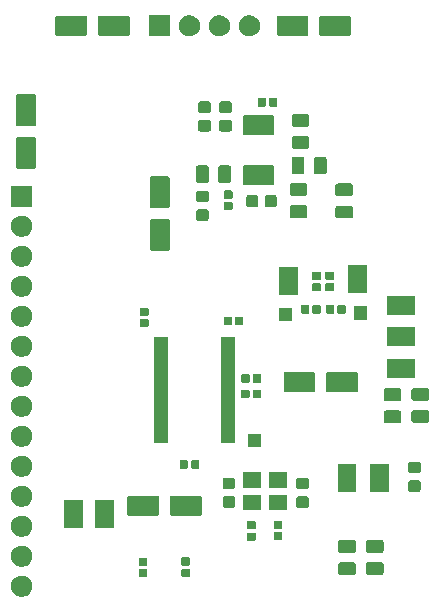
<source format=gbr>
G04 #@! TF.GenerationSoftware,KiCad,Pcbnew,(5.1.5)-3*
G04 #@! TF.CreationDate,2020-09-08T23:30:12-05:00*
G04 #@! TF.ProjectId,video-transceiver,76696465-6f2d-4747-9261-6e7363656976,rev?*
G04 #@! TF.SameCoordinates,Original*
G04 #@! TF.FileFunction,Soldermask,Top*
G04 #@! TF.FilePolarity,Negative*
%FSLAX46Y46*%
G04 Gerber Fmt 4.6, Leading zero omitted, Abs format (unit mm)*
G04 Created by KiCad (PCBNEW (5.1.5)-3) date 2020-09-08 23:30:12*
%MOMM*%
%LPD*%
G04 APERTURE LIST*
%ADD10C,0.100000*%
G04 APERTURE END LIST*
D10*
G36*
X127513512Y-107963927D02*
G01*
X127662812Y-107993624D01*
X127826784Y-108061544D01*
X127974354Y-108160147D01*
X128099853Y-108285646D01*
X128198456Y-108433216D01*
X128266376Y-108597188D01*
X128301000Y-108771259D01*
X128301000Y-108948741D01*
X128266376Y-109122812D01*
X128198456Y-109286784D01*
X128099853Y-109434354D01*
X127974354Y-109559853D01*
X127826784Y-109658456D01*
X127662812Y-109726376D01*
X127513512Y-109756073D01*
X127488742Y-109761000D01*
X127311258Y-109761000D01*
X127286488Y-109756073D01*
X127137188Y-109726376D01*
X126973216Y-109658456D01*
X126825646Y-109559853D01*
X126700147Y-109434354D01*
X126601544Y-109286784D01*
X126533624Y-109122812D01*
X126499000Y-108948741D01*
X126499000Y-108771259D01*
X126533624Y-108597188D01*
X126601544Y-108433216D01*
X126700147Y-108285646D01*
X126825646Y-108160147D01*
X126973216Y-108061544D01*
X127137188Y-107993624D01*
X127286488Y-107963927D01*
X127311258Y-107959000D01*
X127488742Y-107959000D01*
X127513512Y-107963927D01*
G37*
G36*
X137949938Y-107433716D02*
G01*
X137970557Y-107439971D01*
X137989553Y-107450124D01*
X138006208Y-107463792D01*
X138019876Y-107480447D01*
X138030029Y-107499443D01*
X138036284Y-107520062D01*
X138039000Y-107547640D01*
X138039000Y-108006360D01*
X138036284Y-108033938D01*
X138030029Y-108054557D01*
X138019876Y-108073553D01*
X138006208Y-108090208D01*
X137989553Y-108103876D01*
X137970557Y-108114029D01*
X137949938Y-108120284D01*
X137922360Y-108123000D01*
X137413640Y-108123000D01*
X137386062Y-108120284D01*
X137365443Y-108114029D01*
X137346447Y-108103876D01*
X137329792Y-108090208D01*
X137316124Y-108073553D01*
X137305971Y-108054557D01*
X137299716Y-108033938D01*
X137297000Y-108006360D01*
X137297000Y-107547640D01*
X137299716Y-107520062D01*
X137305971Y-107499443D01*
X137316124Y-107480447D01*
X137329792Y-107463792D01*
X137346447Y-107450124D01*
X137365443Y-107439971D01*
X137386062Y-107433716D01*
X137413640Y-107431000D01*
X137922360Y-107431000D01*
X137949938Y-107433716D01*
G37*
G36*
X141569438Y-107393216D02*
G01*
X141590057Y-107399471D01*
X141609053Y-107409624D01*
X141625708Y-107423292D01*
X141639376Y-107439947D01*
X141649529Y-107458943D01*
X141655784Y-107479562D01*
X141658500Y-107507140D01*
X141658500Y-107965860D01*
X141655784Y-107993438D01*
X141649529Y-108014057D01*
X141639376Y-108033053D01*
X141625708Y-108049708D01*
X141609053Y-108063376D01*
X141590057Y-108073529D01*
X141569438Y-108079784D01*
X141541860Y-108082500D01*
X141033140Y-108082500D01*
X141005562Y-108079784D01*
X140984943Y-108073529D01*
X140965947Y-108063376D01*
X140949292Y-108049708D01*
X140935624Y-108033053D01*
X140925471Y-108014057D01*
X140919216Y-107993438D01*
X140916500Y-107965860D01*
X140916500Y-107507140D01*
X140919216Y-107479562D01*
X140925471Y-107458943D01*
X140935624Y-107439947D01*
X140949292Y-107423292D01*
X140965947Y-107409624D01*
X140984943Y-107399471D01*
X141005562Y-107393216D01*
X141033140Y-107390500D01*
X141541860Y-107390500D01*
X141569438Y-107393216D01*
G37*
G36*
X155527548Y-106827845D02*
G01*
X155566218Y-106839576D01*
X155601857Y-106858626D01*
X155633097Y-106884263D01*
X155658734Y-106915503D01*
X155677784Y-106951142D01*
X155689515Y-106989812D01*
X155694080Y-107036168D01*
X155694080Y-107687392D01*
X155689515Y-107733748D01*
X155677784Y-107772418D01*
X155658734Y-107808057D01*
X155633097Y-107839297D01*
X155601857Y-107864934D01*
X155566218Y-107883984D01*
X155527548Y-107895715D01*
X155481192Y-107900280D01*
X154404968Y-107900280D01*
X154358612Y-107895715D01*
X154319942Y-107883984D01*
X154284303Y-107864934D01*
X154253063Y-107839297D01*
X154227426Y-107808057D01*
X154208376Y-107772418D01*
X154196645Y-107733748D01*
X154192080Y-107687392D01*
X154192080Y-107036168D01*
X154196645Y-106989812D01*
X154208376Y-106951142D01*
X154227426Y-106915503D01*
X154253063Y-106884263D01*
X154284303Y-106858626D01*
X154319942Y-106839576D01*
X154358612Y-106827845D01*
X154404968Y-106823280D01*
X155481192Y-106823280D01*
X155527548Y-106827845D01*
G37*
G36*
X157877048Y-106827845D02*
G01*
X157915718Y-106839576D01*
X157951357Y-106858626D01*
X157982597Y-106884263D01*
X158008234Y-106915503D01*
X158027284Y-106951142D01*
X158039015Y-106989812D01*
X158043580Y-107036168D01*
X158043580Y-107687392D01*
X158039015Y-107733748D01*
X158027284Y-107772418D01*
X158008234Y-107808057D01*
X157982597Y-107839297D01*
X157951357Y-107864934D01*
X157915718Y-107883984D01*
X157877048Y-107895715D01*
X157830692Y-107900280D01*
X156754468Y-107900280D01*
X156708112Y-107895715D01*
X156669442Y-107883984D01*
X156633803Y-107864934D01*
X156602563Y-107839297D01*
X156576926Y-107808057D01*
X156557876Y-107772418D01*
X156546145Y-107733748D01*
X156541580Y-107687392D01*
X156541580Y-107036168D01*
X156546145Y-106989812D01*
X156557876Y-106951142D01*
X156576926Y-106915503D01*
X156602563Y-106884263D01*
X156633803Y-106858626D01*
X156669442Y-106839576D01*
X156708112Y-106827845D01*
X156754468Y-106823280D01*
X157830692Y-106823280D01*
X157877048Y-106827845D01*
G37*
G36*
X127513512Y-105423927D02*
G01*
X127662812Y-105453624D01*
X127826784Y-105521544D01*
X127974354Y-105620147D01*
X128099853Y-105745646D01*
X128198456Y-105893216D01*
X128266376Y-106057188D01*
X128301000Y-106231259D01*
X128301000Y-106408741D01*
X128266376Y-106582812D01*
X128198456Y-106746784D01*
X128099853Y-106894354D01*
X127974354Y-107019853D01*
X127826784Y-107118456D01*
X127662812Y-107186376D01*
X127513512Y-107216073D01*
X127488742Y-107221000D01*
X127311258Y-107221000D01*
X127286488Y-107216073D01*
X127137188Y-107186376D01*
X126973216Y-107118456D01*
X126825646Y-107019853D01*
X126700147Y-106894354D01*
X126601544Y-106746784D01*
X126533624Y-106582812D01*
X126499000Y-106408741D01*
X126499000Y-106231259D01*
X126533624Y-106057188D01*
X126601544Y-105893216D01*
X126700147Y-105745646D01*
X126825646Y-105620147D01*
X126973216Y-105521544D01*
X127137188Y-105453624D01*
X127286488Y-105423927D01*
X127311258Y-105419000D01*
X127488742Y-105419000D01*
X127513512Y-105423927D01*
G37*
G36*
X137949938Y-106463716D02*
G01*
X137970557Y-106469971D01*
X137989553Y-106480124D01*
X138006208Y-106493792D01*
X138019876Y-106510447D01*
X138030029Y-106529443D01*
X138036284Y-106550062D01*
X138039000Y-106577640D01*
X138039000Y-107036360D01*
X138036284Y-107063938D01*
X138030029Y-107084557D01*
X138019876Y-107103553D01*
X138006208Y-107120208D01*
X137989553Y-107133876D01*
X137970557Y-107144029D01*
X137949938Y-107150284D01*
X137922360Y-107153000D01*
X137413640Y-107153000D01*
X137386062Y-107150284D01*
X137365443Y-107144029D01*
X137346447Y-107133876D01*
X137329792Y-107120208D01*
X137316124Y-107103553D01*
X137305971Y-107084557D01*
X137299716Y-107063938D01*
X137297000Y-107036360D01*
X137297000Y-106577640D01*
X137299716Y-106550062D01*
X137305971Y-106529443D01*
X137316124Y-106510447D01*
X137329792Y-106493792D01*
X137346447Y-106480124D01*
X137365443Y-106469971D01*
X137386062Y-106463716D01*
X137413640Y-106461000D01*
X137922360Y-106461000D01*
X137949938Y-106463716D01*
G37*
G36*
X141569438Y-106423216D02*
G01*
X141590057Y-106429471D01*
X141609053Y-106439624D01*
X141625708Y-106453292D01*
X141639376Y-106469947D01*
X141649529Y-106488943D01*
X141655784Y-106509562D01*
X141658500Y-106537140D01*
X141658500Y-106995860D01*
X141655784Y-107023438D01*
X141649529Y-107044057D01*
X141639376Y-107063053D01*
X141625708Y-107079708D01*
X141609053Y-107093376D01*
X141590057Y-107103529D01*
X141569438Y-107109784D01*
X141541860Y-107112500D01*
X141033140Y-107112500D01*
X141005562Y-107109784D01*
X140984943Y-107103529D01*
X140965947Y-107093376D01*
X140949292Y-107079708D01*
X140935624Y-107063053D01*
X140925471Y-107044057D01*
X140919216Y-107023438D01*
X140916500Y-106995860D01*
X140916500Y-106537140D01*
X140919216Y-106509562D01*
X140925471Y-106488943D01*
X140935624Y-106469947D01*
X140949292Y-106453292D01*
X140965947Y-106439624D01*
X140984943Y-106429471D01*
X141005562Y-106423216D01*
X141033140Y-106420500D01*
X141541860Y-106420500D01*
X141569438Y-106423216D01*
G37*
G36*
X157877048Y-104952845D02*
G01*
X157915718Y-104964576D01*
X157951357Y-104983626D01*
X157982597Y-105009263D01*
X158008234Y-105040503D01*
X158027284Y-105076142D01*
X158039015Y-105114812D01*
X158043580Y-105161168D01*
X158043580Y-105812392D01*
X158039015Y-105858748D01*
X158027284Y-105897418D01*
X158008234Y-105933057D01*
X157982597Y-105964297D01*
X157951357Y-105989934D01*
X157915718Y-106008984D01*
X157877048Y-106020715D01*
X157830692Y-106025280D01*
X156754468Y-106025280D01*
X156708112Y-106020715D01*
X156669442Y-106008984D01*
X156633803Y-105989934D01*
X156602563Y-105964297D01*
X156576926Y-105933057D01*
X156557876Y-105897418D01*
X156546145Y-105858748D01*
X156541580Y-105812392D01*
X156541580Y-105161168D01*
X156546145Y-105114812D01*
X156557876Y-105076142D01*
X156576926Y-105040503D01*
X156602563Y-105009263D01*
X156633803Y-104983626D01*
X156669442Y-104964576D01*
X156708112Y-104952845D01*
X156754468Y-104948280D01*
X157830692Y-104948280D01*
X157877048Y-104952845D01*
G37*
G36*
X155527548Y-104952845D02*
G01*
X155566218Y-104964576D01*
X155601857Y-104983626D01*
X155633097Y-105009263D01*
X155658734Y-105040503D01*
X155677784Y-105076142D01*
X155689515Y-105114812D01*
X155694080Y-105161168D01*
X155694080Y-105812392D01*
X155689515Y-105858748D01*
X155677784Y-105897418D01*
X155658734Y-105933057D01*
X155633097Y-105964297D01*
X155601857Y-105989934D01*
X155566218Y-106008984D01*
X155527548Y-106020715D01*
X155481192Y-106025280D01*
X154404968Y-106025280D01*
X154358612Y-106020715D01*
X154319942Y-106008984D01*
X154284303Y-105989934D01*
X154253063Y-105964297D01*
X154227426Y-105933057D01*
X154208376Y-105897418D01*
X154196645Y-105858748D01*
X154192080Y-105812392D01*
X154192080Y-105161168D01*
X154196645Y-105114812D01*
X154208376Y-105076142D01*
X154227426Y-105040503D01*
X154253063Y-105009263D01*
X154284303Y-104983626D01*
X154319942Y-104964576D01*
X154358612Y-104952845D01*
X154404968Y-104948280D01*
X155481192Y-104948280D01*
X155527548Y-104952845D01*
G37*
G36*
X147131938Y-104321716D02*
G01*
X147152557Y-104327971D01*
X147171553Y-104338124D01*
X147188208Y-104351792D01*
X147201876Y-104368447D01*
X147212029Y-104387443D01*
X147218284Y-104408062D01*
X147221000Y-104435640D01*
X147221000Y-104894360D01*
X147218284Y-104921938D01*
X147212029Y-104942557D01*
X147201876Y-104961553D01*
X147188208Y-104978208D01*
X147171553Y-104991876D01*
X147152557Y-105002029D01*
X147131938Y-105008284D01*
X147104360Y-105011000D01*
X146595640Y-105011000D01*
X146568062Y-105008284D01*
X146547443Y-105002029D01*
X146528447Y-104991876D01*
X146511792Y-104978208D01*
X146498124Y-104961553D01*
X146487971Y-104942557D01*
X146481716Y-104921938D01*
X146479000Y-104894360D01*
X146479000Y-104435640D01*
X146481716Y-104408062D01*
X146487971Y-104387443D01*
X146498124Y-104368447D01*
X146511792Y-104351792D01*
X146528447Y-104338124D01*
X146547443Y-104327971D01*
X146568062Y-104321716D01*
X146595640Y-104319000D01*
X147104360Y-104319000D01*
X147131938Y-104321716D01*
G37*
G36*
X149381938Y-104281716D02*
G01*
X149402557Y-104287971D01*
X149421553Y-104298124D01*
X149438208Y-104311792D01*
X149451876Y-104328447D01*
X149462029Y-104347443D01*
X149468284Y-104368062D01*
X149471000Y-104395640D01*
X149471000Y-104854360D01*
X149468284Y-104881938D01*
X149462029Y-104902557D01*
X149451876Y-104921553D01*
X149438208Y-104938208D01*
X149421553Y-104951876D01*
X149402557Y-104962029D01*
X149381938Y-104968284D01*
X149354360Y-104971000D01*
X148845640Y-104971000D01*
X148818062Y-104968284D01*
X148797443Y-104962029D01*
X148778447Y-104951876D01*
X148761792Y-104938208D01*
X148748124Y-104921553D01*
X148737971Y-104902557D01*
X148731716Y-104881938D01*
X148729000Y-104854360D01*
X148729000Y-104395640D01*
X148731716Y-104368062D01*
X148737971Y-104347443D01*
X148748124Y-104328447D01*
X148761792Y-104311792D01*
X148778447Y-104298124D01*
X148797443Y-104287971D01*
X148818062Y-104281716D01*
X148845640Y-104279000D01*
X149354360Y-104279000D01*
X149381938Y-104281716D01*
G37*
G36*
X127513512Y-102883927D02*
G01*
X127662812Y-102913624D01*
X127826784Y-102981544D01*
X127974354Y-103080147D01*
X128099853Y-103205646D01*
X128198456Y-103353216D01*
X128266376Y-103517188D01*
X128301000Y-103691259D01*
X128301000Y-103868741D01*
X128266376Y-104042812D01*
X128198456Y-104206784D01*
X128099853Y-104354354D01*
X127974354Y-104479853D01*
X127826784Y-104578456D01*
X127662812Y-104646376D01*
X127513512Y-104676073D01*
X127488742Y-104681000D01*
X127311258Y-104681000D01*
X127286488Y-104676073D01*
X127137188Y-104646376D01*
X126973216Y-104578456D01*
X126825646Y-104479853D01*
X126700147Y-104354354D01*
X126601544Y-104206784D01*
X126533624Y-104042812D01*
X126499000Y-103868741D01*
X126499000Y-103691259D01*
X126533624Y-103517188D01*
X126601544Y-103353216D01*
X126700147Y-103205646D01*
X126825646Y-103080147D01*
X126973216Y-102981544D01*
X127137188Y-102913624D01*
X127286488Y-102883927D01*
X127311258Y-102879000D01*
X127488742Y-102879000D01*
X127513512Y-102883927D01*
G37*
G36*
X147131938Y-103351716D02*
G01*
X147152557Y-103357971D01*
X147171553Y-103368124D01*
X147188208Y-103381792D01*
X147201876Y-103398447D01*
X147212029Y-103417443D01*
X147218284Y-103438062D01*
X147221000Y-103465640D01*
X147221000Y-103924360D01*
X147218284Y-103951938D01*
X147212029Y-103972557D01*
X147201876Y-103991553D01*
X147188208Y-104008208D01*
X147171553Y-104021876D01*
X147152557Y-104032029D01*
X147131938Y-104038284D01*
X147104360Y-104041000D01*
X146595640Y-104041000D01*
X146568062Y-104038284D01*
X146547443Y-104032029D01*
X146528447Y-104021876D01*
X146511792Y-104008208D01*
X146498124Y-103991553D01*
X146487971Y-103972557D01*
X146481716Y-103951938D01*
X146479000Y-103924360D01*
X146479000Y-103465640D01*
X146481716Y-103438062D01*
X146487971Y-103417443D01*
X146498124Y-103398447D01*
X146511792Y-103381792D01*
X146528447Y-103368124D01*
X146547443Y-103357971D01*
X146568062Y-103351716D01*
X146595640Y-103349000D01*
X147104360Y-103349000D01*
X147131938Y-103351716D01*
G37*
G36*
X149381938Y-103311716D02*
G01*
X149402557Y-103317971D01*
X149421553Y-103328124D01*
X149438208Y-103341792D01*
X149451876Y-103358447D01*
X149462029Y-103377443D01*
X149468284Y-103398062D01*
X149471000Y-103425640D01*
X149471000Y-103884360D01*
X149468284Y-103911938D01*
X149462029Y-103932557D01*
X149451876Y-103951553D01*
X149438208Y-103968208D01*
X149421553Y-103981876D01*
X149402557Y-103992029D01*
X149381938Y-103998284D01*
X149354360Y-104001000D01*
X148845640Y-104001000D01*
X148818062Y-103998284D01*
X148797443Y-103992029D01*
X148778447Y-103981876D01*
X148761792Y-103968208D01*
X148748124Y-103951553D01*
X148737971Y-103932557D01*
X148731716Y-103911938D01*
X148729000Y-103884360D01*
X148729000Y-103425640D01*
X148731716Y-103398062D01*
X148737971Y-103377443D01*
X148748124Y-103358447D01*
X148761792Y-103341792D01*
X148778447Y-103328124D01*
X148797443Y-103317971D01*
X148818062Y-103311716D01*
X148845640Y-103309000D01*
X149354360Y-103309000D01*
X149381938Y-103311716D01*
G37*
G36*
X135211500Y-103925720D02*
G01*
X133609500Y-103925720D01*
X133609500Y-101523720D01*
X135211500Y-101523720D01*
X135211500Y-103925720D01*
G37*
G36*
X132601000Y-103923180D02*
G01*
X130999000Y-103923180D01*
X130999000Y-101521180D01*
X132601000Y-101521180D01*
X132601000Y-103923180D01*
G37*
G36*
X138893497Y-101197551D02*
G01*
X138927152Y-101207761D01*
X138958165Y-101224338D01*
X138985351Y-101246649D01*
X139007662Y-101273835D01*
X139024239Y-101304848D01*
X139034449Y-101338503D01*
X139038500Y-101379638D01*
X139038500Y-102709362D01*
X139034449Y-102750497D01*
X139024239Y-102784152D01*
X139007662Y-102815165D01*
X138985351Y-102842351D01*
X138958165Y-102864662D01*
X138927152Y-102881239D01*
X138893497Y-102891449D01*
X138852362Y-102895500D01*
X136522638Y-102895500D01*
X136481503Y-102891449D01*
X136447848Y-102881239D01*
X136416835Y-102864662D01*
X136389649Y-102842351D01*
X136367338Y-102815165D01*
X136350761Y-102784152D01*
X136340551Y-102750497D01*
X136336500Y-102709362D01*
X136336500Y-101379638D01*
X136340551Y-101338503D01*
X136350761Y-101304848D01*
X136367338Y-101273835D01*
X136389649Y-101246649D01*
X136416835Y-101224338D01*
X136447848Y-101207761D01*
X136481503Y-101197551D01*
X136522638Y-101193500D01*
X138852362Y-101193500D01*
X138893497Y-101197551D01*
G37*
G36*
X142493497Y-101197551D02*
G01*
X142527152Y-101207761D01*
X142558165Y-101224338D01*
X142585351Y-101246649D01*
X142607662Y-101273835D01*
X142624239Y-101304848D01*
X142634449Y-101338503D01*
X142638500Y-101379638D01*
X142638500Y-102709362D01*
X142634449Y-102750497D01*
X142624239Y-102784152D01*
X142607662Y-102815165D01*
X142585351Y-102842351D01*
X142558165Y-102864662D01*
X142527152Y-102881239D01*
X142493497Y-102891449D01*
X142452362Y-102895500D01*
X140122638Y-102895500D01*
X140081503Y-102891449D01*
X140047848Y-102881239D01*
X140016835Y-102864662D01*
X139989649Y-102842351D01*
X139967338Y-102815165D01*
X139950761Y-102784152D01*
X139940551Y-102750497D01*
X139936500Y-102709362D01*
X139936500Y-101379638D01*
X139940551Y-101338503D01*
X139950761Y-101304848D01*
X139967338Y-101273835D01*
X139989649Y-101246649D01*
X140016835Y-101224338D01*
X140047848Y-101207761D01*
X140081503Y-101197551D01*
X140122638Y-101193500D01*
X142452362Y-101193500D01*
X142493497Y-101197551D01*
G37*
G36*
X149841000Y-102421000D02*
G01*
X148339000Y-102421000D01*
X148339000Y-101119000D01*
X149841000Y-101119000D01*
X149841000Y-102421000D01*
G37*
G36*
X147641000Y-102421000D02*
G01*
X146139000Y-102421000D01*
X146139000Y-101119000D01*
X147641000Y-101119000D01*
X147641000Y-102421000D01*
G37*
G36*
X151549591Y-101255585D02*
G01*
X151583569Y-101265893D01*
X151614890Y-101282634D01*
X151642339Y-101305161D01*
X151664866Y-101332610D01*
X151681607Y-101363931D01*
X151691915Y-101397909D01*
X151696000Y-101439390D01*
X151696000Y-102040610D01*
X151691915Y-102082091D01*
X151681607Y-102116069D01*
X151664866Y-102147390D01*
X151642339Y-102174839D01*
X151614890Y-102197366D01*
X151583569Y-102214107D01*
X151549591Y-102224415D01*
X151508110Y-102228500D01*
X150831890Y-102228500D01*
X150790409Y-102224415D01*
X150756431Y-102214107D01*
X150725110Y-102197366D01*
X150697661Y-102174839D01*
X150675134Y-102147390D01*
X150658393Y-102116069D01*
X150648085Y-102082091D01*
X150644000Y-102040610D01*
X150644000Y-101439390D01*
X150648085Y-101397909D01*
X150658393Y-101363931D01*
X150675134Y-101332610D01*
X150697661Y-101305161D01*
X150725110Y-101282634D01*
X150756431Y-101265893D01*
X150790409Y-101255585D01*
X150831890Y-101251500D01*
X151508110Y-101251500D01*
X151549591Y-101255585D01*
G37*
G36*
X145309591Y-101243085D02*
G01*
X145343569Y-101253393D01*
X145374890Y-101270134D01*
X145402339Y-101292661D01*
X145424866Y-101320110D01*
X145441607Y-101351431D01*
X145451915Y-101385409D01*
X145456000Y-101426890D01*
X145456000Y-102028110D01*
X145451915Y-102069591D01*
X145441607Y-102103569D01*
X145424866Y-102134890D01*
X145402339Y-102162339D01*
X145374890Y-102184866D01*
X145343569Y-102201607D01*
X145309591Y-102211915D01*
X145268110Y-102216000D01*
X144591890Y-102216000D01*
X144550409Y-102211915D01*
X144516431Y-102201607D01*
X144485110Y-102184866D01*
X144457661Y-102162339D01*
X144435134Y-102134890D01*
X144418393Y-102103569D01*
X144408085Y-102069591D01*
X144404000Y-102028110D01*
X144404000Y-101426890D01*
X144408085Y-101385409D01*
X144418393Y-101351431D01*
X144435134Y-101320110D01*
X144457661Y-101292661D01*
X144485110Y-101270134D01*
X144516431Y-101253393D01*
X144550409Y-101243085D01*
X144591890Y-101239000D01*
X145268110Y-101239000D01*
X145309591Y-101243085D01*
G37*
G36*
X127513512Y-100343927D02*
G01*
X127662812Y-100373624D01*
X127826784Y-100441544D01*
X127974354Y-100540147D01*
X128099853Y-100665646D01*
X128198456Y-100813216D01*
X128266376Y-100977188D01*
X128294583Y-101119000D01*
X128301000Y-101151258D01*
X128301000Y-101328742D01*
X128299058Y-101338503D01*
X128266376Y-101502812D01*
X128198456Y-101666784D01*
X128099853Y-101814354D01*
X127974354Y-101939853D01*
X127826784Y-102038456D01*
X127662812Y-102106376D01*
X127519459Y-102134890D01*
X127488742Y-102141000D01*
X127311258Y-102141000D01*
X127280541Y-102134890D01*
X127137188Y-102106376D01*
X126973216Y-102038456D01*
X126825646Y-101939853D01*
X126700147Y-101814354D01*
X126601544Y-101666784D01*
X126533624Y-101502812D01*
X126500942Y-101338503D01*
X126499000Y-101328742D01*
X126499000Y-101151258D01*
X126505417Y-101119000D01*
X126533624Y-100977188D01*
X126601544Y-100813216D01*
X126700147Y-100665646D01*
X126825646Y-100540147D01*
X126973216Y-100441544D01*
X127137188Y-100373624D01*
X127286488Y-100343927D01*
X127311258Y-100339000D01*
X127488742Y-100339000D01*
X127513512Y-100343927D01*
G37*
G36*
X155738460Y-100918860D02*
G01*
X154136460Y-100918860D01*
X154136460Y-98516860D01*
X155738460Y-98516860D01*
X155738460Y-100918860D01*
G37*
G36*
X158519760Y-100906160D02*
G01*
X156917760Y-100906160D01*
X156917760Y-98504160D01*
X158519760Y-98504160D01*
X158519760Y-100906160D01*
G37*
G36*
X161026971Y-99891405D02*
G01*
X161060949Y-99901713D01*
X161092270Y-99918454D01*
X161119719Y-99940981D01*
X161142246Y-99968430D01*
X161158987Y-99999751D01*
X161169295Y-100033729D01*
X161173380Y-100075210D01*
X161173380Y-100676430D01*
X161169295Y-100717911D01*
X161158987Y-100751889D01*
X161142246Y-100783210D01*
X161119719Y-100810659D01*
X161092270Y-100833186D01*
X161060949Y-100849927D01*
X161026971Y-100860235D01*
X160985490Y-100864320D01*
X160309270Y-100864320D01*
X160267789Y-100860235D01*
X160233811Y-100849927D01*
X160202490Y-100833186D01*
X160175041Y-100810659D01*
X160152514Y-100783210D01*
X160135773Y-100751889D01*
X160125465Y-100717911D01*
X160121380Y-100676430D01*
X160121380Y-100075210D01*
X160125465Y-100033729D01*
X160135773Y-99999751D01*
X160152514Y-99968430D01*
X160175041Y-99940981D01*
X160202490Y-99918454D01*
X160233811Y-99901713D01*
X160267789Y-99891405D01*
X160309270Y-99887320D01*
X160985490Y-99887320D01*
X161026971Y-99891405D01*
G37*
G36*
X151549591Y-99680585D02*
G01*
X151583569Y-99690893D01*
X151614890Y-99707634D01*
X151642339Y-99730161D01*
X151664866Y-99757610D01*
X151681607Y-99788931D01*
X151691915Y-99822909D01*
X151696000Y-99864390D01*
X151696000Y-100465610D01*
X151691915Y-100507091D01*
X151681607Y-100541069D01*
X151664866Y-100572390D01*
X151642339Y-100599839D01*
X151614890Y-100622366D01*
X151583569Y-100639107D01*
X151549591Y-100649415D01*
X151508110Y-100653500D01*
X150831890Y-100653500D01*
X150790409Y-100649415D01*
X150756431Y-100639107D01*
X150725110Y-100622366D01*
X150697661Y-100599839D01*
X150675134Y-100572390D01*
X150658393Y-100541069D01*
X150648085Y-100507091D01*
X150644000Y-100465610D01*
X150644000Y-99864390D01*
X150648085Y-99822909D01*
X150658393Y-99788931D01*
X150675134Y-99757610D01*
X150697661Y-99730161D01*
X150725110Y-99707634D01*
X150756431Y-99690893D01*
X150790409Y-99680585D01*
X150831890Y-99676500D01*
X151508110Y-99676500D01*
X151549591Y-99680585D01*
G37*
G36*
X145309591Y-99668085D02*
G01*
X145343569Y-99678393D01*
X145374890Y-99695134D01*
X145402339Y-99717661D01*
X145424866Y-99745110D01*
X145441607Y-99776431D01*
X145451915Y-99810409D01*
X145456000Y-99851890D01*
X145456000Y-100453110D01*
X145451915Y-100494591D01*
X145441607Y-100528569D01*
X145424866Y-100559890D01*
X145402339Y-100587339D01*
X145374890Y-100609866D01*
X145343569Y-100626607D01*
X145309591Y-100636915D01*
X145268110Y-100641000D01*
X144591890Y-100641000D01*
X144550409Y-100636915D01*
X144516431Y-100626607D01*
X144485110Y-100609866D01*
X144457661Y-100587339D01*
X144435134Y-100559890D01*
X144418393Y-100528569D01*
X144408085Y-100494591D01*
X144404000Y-100453110D01*
X144404000Y-99851890D01*
X144408085Y-99810409D01*
X144418393Y-99776431D01*
X144435134Y-99745110D01*
X144457661Y-99717661D01*
X144485110Y-99695134D01*
X144516431Y-99678393D01*
X144550409Y-99668085D01*
X144591890Y-99664000D01*
X145268110Y-99664000D01*
X145309591Y-99668085D01*
G37*
G36*
X149841000Y-100521000D02*
G01*
X148339000Y-100521000D01*
X148339000Y-99219000D01*
X149841000Y-99219000D01*
X149841000Y-100521000D01*
G37*
G36*
X147641000Y-100521000D02*
G01*
X146139000Y-100521000D01*
X146139000Y-99219000D01*
X147641000Y-99219000D01*
X147641000Y-100521000D01*
G37*
G36*
X127513512Y-97803927D02*
G01*
X127662812Y-97833624D01*
X127826784Y-97901544D01*
X127974354Y-98000147D01*
X128099853Y-98125646D01*
X128198456Y-98273216D01*
X128266376Y-98437188D01*
X128282223Y-98516860D01*
X128301000Y-98611258D01*
X128301000Y-98788742D01*
X128296073Y-98813512D01*
X128266376Y-98962812D01*
X128198456Y-99126784D01*
X128099853Y-99274354D01*
X127974354Y-99399853D01*
X127826784Y-99498456D01*
X127662812Y-99566376D01*
X127513512Y-99596073D01*
X127488742Y-99601000D01*
X127311258Y-99601000D01*
X127286488Y-99596073D01*
X127137188Y-99566376D01*
X126973216Y-99498456D01*
X126825646Y-99399853D01*
X126700147Y-99274354D01*
X126601544Y-99126784D01*
X126533624Y-98962812D01*
X126503927Y-98813512D01*
X126499000Y-98788742D01*
X126499000Y-98611258D01*
X126517777Y-98516860D01*
X126533624Y-98437188D01*
X126601544Y-98273216D01*
X126700147Y-98125646D01*
X126825646Y-98000147D01*
X126973216Y-97901544D01*
X127137188Y-97833624D01*
X127286488Y-97803927D01*
X127311258Y-97799000D01*
X127488742Y-97799000D01*
X127513512Y-97803927D01*
G37*
G36*
X161026971Y-98316405D02*
G01*
X161060949Y-98326713D01*
X161092270Y-98343454D01*
X161119719Y-98365981D01*
X161142246Y-98393430D01*
X161158987Y-98424751D01*
X161169295Y-98458729D01*
X161173380Y-98500210D01*
X161173380Y-99101430D01*
X161169295Y-99142911D01*
X161158987Y-99176889D01*
X161142246Y-99208210D01*
X161119719Y-99235659D01*
X161092270Y-99258186D01*
X161060949Y-99274927D01*
X161026971Y-99285235D01*
X160985490Y-99289320D01*
X160309270Y-99289320D01*
X160267789Y-99285235D01*
X160233811Y-99274927D01*
X160202490Y-99258186D01*
X160175041Y-99235659D01*
X160152514Y-99208210D01*
X160135773Y-99176889D01*
X160125465Y-99142911D01*
X160121380Y-99101430D01*
X160121380Y-98500210D01*
X160125465Y-98458729D01*
X160135773Y-98424751D01*
X160152514Y-98393430D01*
X160175041Y-98365981D01*
X160202490Y-98343454D01*
X160233811Y-98326713D01*
X160267789Y-98316405D01*
X160309270Y-98312320D01*
X160985490Y-98312320D01*
X161026971Y-98316405D01*
G37*
G36*
X142346938Y-98183716D02*
G01*
X142367557Y-98189971D01*
X142386553Y-98200124D01*
X142403208Y-98213792D01*
X142416876Y-98230447D01*
X142427029Y-98249443D01*
X142433284Y-98270062D01*
X142436000Y-98297640D01*
X142436000Y-98806360D01*
X142433284Y-98833938D01*
X142427029Y-98854557D01*
X142416876Y-98873553D01*
X142403208Y-98890208D01*
X142386553Y-98903876D01*
X142367557Y-98914029D01*
X142346938Y-98920284D01*
X142319360Y-98923000D01*
X141860640Y-98923000D01*
X141833062Y-98920284D01*
X141812443Y-98914029D01*
X141793447Y-98903876D01*
X141776792Y-98890208D01*
X141763124Y-98873553D01*
X141752971Y-98854557D01*
X141746716Y-98833938D01*
X141744000Y-98806360D01*
X141744000Y-98297640D01*
X141746716Y-98270062D01*
X141752971Y-98249443D01*
X141763124Y-98230447D01*
X141776792Y-98213792D01*
X141793447Y-98200124D01*
X141812443Y-98189971D01*
X141833062Y-98183716D01*
X141860640Y-98181000D01*
X142319360Y-98181000D01*
X142346938Y-98183716D01*
G37*
G36*
X141376938Y-98183716D02*
G01*
X141397557Y-98189971D01*
X141416553Y-98200124D01*
X141433208Y-98213792D01*
X141446876Y-98230447D01*
X141457029Y-98249443D01*
X141463284Y-98270062D01*
X141466000Y-98297640D01*
X141466000Y-98806360D01*
X141463284Y-98833938D01*
X141457029Y-98854557D01*
X141446876Y-98873553D01*
X141433208Y-98890208D01*
X141416553Y-98903876D01*
X141397557Y-98914029D01*
X141376938Y-98920284D01*
X141349360Y-98923000D01*
X140890640Y-98923000D01*
X140863062Y-98920284D01*
X140842443Y-98914029D01*
X140823447Y-98903876D01*
X140806792Y-98890208D01*
X140793124Y-98873553D01*
X140782971Y-98854557D01*
X140776716Y-98833938D01*
X140774000Y-98806360D01*
X140774000Y-98297640D01*
X140776716Y-98270062D01*
X140782971Y-98249443D01*
X140793124Y-98230447D01*
X140806792Y-98213792D01*
X140823447Y-98200124D01*
X140842443Y-98189971D01*
X140863062Y-98183716D01*
X140890640Y-98181000D01*
X141349360Y-98181000D01*
X141376938Y-98183716D01*
G37*
G36*
X147641000Y-97091000D02*
G01*
X146539000Y-97091000D01*
X146539000Y-95989000D01*
X147641000Y-95989000D01*
X147641000Y-97091000D01*
G37*
G36*
X127513512Y-95263927D02*
G01*
X127662812Y-95293624D01*
X127826784Y-95361544D01*
X127974354Y-95460147D01*
X128099853Y-95585646D01*
X128198456Y-95733216D01*
X128266376Y-95897188D01*
X128301000Y-96071259D01*
X128301000Y-96248741D01*
X128266376Y-96422812D01*
X128198456Y-96586784D01*
X128099853Y-96734354D01*
X127974354Y-96859853D01*
X127826784Y-96958456D01*
X127662812Y-97026376D01*
X127513512Y-97056073D01*
X127488742Y-97061000D01*
X127311258Y-97061000D01*
X127286488Y-97056073D01*
X127137188Y-97026376D01*
X126973216Y-96958456D01*
X126825646Y-96859853D01*
X126700147Y-96734354D01*
X126601544Y-96586784D01*
X126533624Y-96422812D01*
X126499000Y-96248741D01*
X126499000Y-96071259D01*
X126533624Y-95897188D01*
X126601544Y-95733216D01*
X126700147Y-95585646D01*
X126825646Y-95460147D01*
X126973216Y-95361544D01*
X127137188Y-95293624D01*
X127286488Y-95263927D01*
X127311258Y-95259000D01*
X127488742Y-95259000D01*
X127513512Y-95263927D01*
G37*
G36*
X145460000Y-96714788D02*
G01*
X144258000Y-96714788D01*
X144258000Y-87762788D01*
X145460000Y-87762788D01*
X145460000Y-96714788D01*
G37*
G36*
X139760000Y-96714788D02*
G01*
X138558000Y-96714788D01*
X138558000Y-87762788D01*
X139760000Y-87762788D01*
X139760000Y-96714788D01*
G37*
G36*
X159382728Y-93982005D02*
G01*
X159421398Y-93993736D01*
X159457037Y-94012786D01*
X159488277Y-94038423D01*
X159513914Y-94069663D01*
X159532964Y-94105302D01*
X159544695Y-94143972D01*
X159549260Y-94190328D01*
X159549260Y-94841552D01*
X159544695Y-94887908D01*
X159532964Y-94926578D01*
X159513914Y-94962217D01*
X159488277Y-94993457D01*
X159457037Y-95019094D01*
X159421398Y-95038144D01*
X159382728Y-95049875D01*
X159336372Y-95054440D01*
X158260148Y-95054440D01*
X158213792Y-95049875D01*
X158175122Y-95038144D01*
X158139483Y-95019094D01*
X158108243Y-94993457D01*
X158082606Y-94962217D01*
X158063556Y-94926578D01*
X158051825Y-94887908D01*
X158047260Y-94841552D01*
X158047260Y-94190328D01*
X158051825Y-94143972D01*
X158063556Y-94105302D01*
X158082606Y-94069663D01*
X158108243Y-94038423D01*
X158139483Y-94012786D01*
X158175122Y-93993736D01*
X158213792Y-93982005D01*
X158260148Y-93977440D01*
X159336372Y-93977440D01*
X159382728Y-93982005D01*
G37*
G36*
X161729688Y-93959385D02*
G01*
X161768358Y-93971116D01*
X161803997Y-93990166D01*
X161835237Y-94015803D01*
X161860874Y-94047043D01*
X161879924Y-94082682D01*
X161891655Y-94121352D01*
X161896220Y-94167708D01*
X161896220Y-94818932D01*
X161891655Y-94865288D01*
X161879924Y-94903958D01*
X161860874Y-94939597D01*
X161835237Y-94970837D01*
X161803997Y-94996474D01*
X161768358Y-95015524D01*
X161729688Y-95027255D01*
X161683332Y-95031820D01*
X160607108Y-95031820D01*
X160560752Y-95027255D01*
X160522082Y-95015524D01*
X160486443Y-94996474D01*
X160455203Y-94970837D01*
X160429566Y-94939597D01*
X160410516Y-94903958D01*
X160398785Y-94865288D01*
X160394220Y-94818932D01*
X160394220Y-94167708D01*
X160398785Y-94121352D01*
X160410516Y-94082682D01*
X160429566Y-94047043D01*
X160455203Y-94015803D01*
X160486443Y-93990166D01*
X160522082Y-93971116D01*
X160560752Y-93959385D01*
X160607108Y-93954820D01*
X161683332Y-93954820D01*
X161729688Y-93959385D01*
G37*
G36*
X127513512Y-92723927D02*
G01*
X127662812Y-92753624D01*
X127826784Y-92821544D01*
X127974354Y-92920147D01*
X128099853Y-93045646D01*
X128198456Y-93193216D01*
X128266376Y-93357188D01*
X128301000Y-93531259D01*
X128301000Y-93708741D01*
X128266376Y-93882812D01*
X128198456Y-94046784D01*
X128099853Y-94194354D01*
X127974354Y-94319853D01*
X127826784Y-94418456D01*
X127662812Y-94486376D01*
X127513512Y-94516073D01*
X127488742Y-94521000D01*
X127311258Y-94521000D01*
X127286488Y-94516073D01*
X127137188Y-94486376D01*
X126973216Y-94418456D01*
X126825646Y-94319853D01*
X126700147Y-94194354D01*
X126601544Y-94046784D01*
X126533624Y-93882812D01*
X126499000Y-93708741D01*
X126499000Y-93531259D01*
X126533624Y-93357188D01*
X126601544Y-93193216D01*
X126700147Y-93045646D01*
X126825646Y-92920147D01*
X126973216Y-92821544D01*
X127137188Y-92753624D01*
X127286488Y-92723927D01*
X127311258Y-92719000D01*
X127488742Y-92719000D01*
X127513512Y-92723927D01*
G37*
G36*
X159382728Y-92107005D02*
G01*
X159421398Y-92118736D01*
X159457037Y-92137786D01*
X159488277Y-92163423D01*
X159513914Y-92194663D01*
X159532964Y-92230302D01*
X159544695Y-92268972D01*
X159549260Y-92315328D01*
X159549260Y-92966552D01*
X159544695Y-93012908D01*
X159532964Y-93051578D01*
X159513914Y-93087217D01*
X159488277Y-93118457D01*
X159457037Y-93144094D01*
X159421398Y-93163144D01*
X159382728Y-93174875D01*
X159336372Y-93179440D01*
X158260148Y-93179440D01*
X158213792Y-93174875D01*
X158175122Y-93163144D01*
X158139483Y-93144094D01*
X158108243Y-93118457D01*
X158082606Y-93087217D01*
X158063556Y-93051578D01*
X158051825Y-93012908D01*
X158047260Y-92966552D01*
X158047260Y-92315328D01*
X158051825Y-92268972D01*
X158063556Y-92230302D01*
X158082606Y-92194663D01*
X158108243Y-92163423D01*
X158139483Y-92137786D01*
X158175122Y-92118736D01*
X158213792Y-92107005D01*
X158260148Y-92102440D01*
X159336372Y-92102440D01*
X159382728Y-92107005D01*
G37*
G36*
X161729688Y-92084385D02*
G01*
X161768358Y-92096116D01*
X161803997Y-92115166D01*
X161835237Y-92140803D01*
X161860874Y-92172043D01*
X161879924Y-92207682D01*
X161891655Y-92246352D01*
X161896220Y-92292708D01*
X161896220Y-92943932D01*
X161891655Y-92990288D01*
X161879924Y-93028958D01*
X161860874Y-93064597D01*
X161835237Y-93095837D01*
X161803997Y-93121474D01*
X161768358Y-93140524D01*
X161729688Y-93152255D01*
X161683332Y-93156820D01*
X160607108Y-93156820D01*
X160560752Y-93152255D01*
X160522082Y-93140524D01*
X160486443Y-93121474D01*
X160455203Y-93095837D01*
X160429566Y-93064597D01*
X160410516Y-93028958D01*
X160398785Y-92990288D01*
X160394220Y-92943932D01*
X160394220Y-92292708D01*
X160398785Y-92246352D01*
X160410516Y-92207682D01*
X160429566Y-92172043D01*
X160455203Y-92140803D01*
X160486443Y-92115166D01*
X160522082Y-92096116D01*
X160560752Y-92084385D01*
X160607108Y-92079820D01*
X161683332Y-92079820D01*
X161729688Y-92084385D01*
G37*
G36*
X146596938Y-92211716D02*
G01*
X146617557Y-92217971D01*
X146636553Y-92228124D01*
X146653208Y-92241792D01*
X146666876Y-92258447D01*
X146677029Y-92277443D01*
X146683284Y-92298062D01*
X146686000Y-92325640D01*
X146686000Y-92834360D01*
X146683284Y-92861938D01*
X146677029Y-92882557D01*
X146666876Y-92901553D01*
X146653208Y-92918208D01*
X146636553Y-92931876D01*
X146617557Y-92942029D01*
X146596938Y-92948284D01*
X146569360Y-92951000D01*
X146110640Y-92951000D01*
X146083062Y-92948284D01*
X146062443Y-92942029D01*
X146043447Y-92931876D01*
X146026792Y-92918208D01*
X146013124Y-92901553D01*
X146002971Y-92882557D01*
X145996716Y-92861938D01*
X145994000Y-92834360D01*
X145994000Y-92325640D01*
X145996716Y-92298062D01*
X146002971Y-92277443D01*
X146013124Y-92258447D01*
X146026792Y-92241792D01*
X146043447Y-92228124D01*
X146062443Y-92217971D01*
X146083062Y-92211716D01*
X146110640Y-92209000D01*
X146569360Y-92209000D01*
X146596938Y-92211716D01*
G37*
G36*
X147566938Y-92211716D02*
G01*
X147587557Y-92217971D01*
X147606553Y-92228124D01*
X147623208Y-92241792D01*
X147636876Y-92258447D01*
X147647029Y-92277443D01*
X147653284Y-92298062D01*
X147656000Y-92325640D01*
X147656000Y-92834360D01*
X147653284Y-92861938D01*
X147647029Y-92882557D01*
X147636876Y-92901553D01*
X147623208Y-92918208D01*
X147606553Y-92931876D01*
X147587557Y-92942029D01*
X147566938Y-92948284D01*
X147539360Y-92951000D01*
X147080640Y-92951000D01*
X147053062Y-92948284D01*
X147032443Y-92942029D01*
X147013447Y-92931876D01*
X146996792Y-92918208D01*
X146983124Y-92901553D01*
X146972971Y-92882557D01*
X146966716Y-92861938D01*
X146964000Y-92834360D01*
X146964000Y-92325640D01*
X146966716Y-92298062D01*
X146972971Y-92277443D01*
X146983124Y-92258447D01*
X146996792Y-92241792D01*
X147013447Y-92228124D01*
X147032443Y-92217971D01*
X147053062Y-92211716D01*
X147080640Y-92209000D01*
X147539360Y-92209000D01*
X147566938Y-92211716D01*
G37*
G36*
X155723497Y-90732751D02*
G01*
X155757152Y-90742961D01*
X155788165Y-90759538D01*
X155815351Y-90781849D01*
X155837662Y-90809035D01*
X155854239Y-90840048D01*
X155864449Y-90873703D01*
X155868500Y-90914838D01*
X155868500Y-92244562D01*
X155864449Y-92285697D01*
X155854239Y-92319352D01*
X155837662Y-92350365D01*
X155815351Y-92377551D01*
X155788165Y-92399862D01*
X155757152Y-92416439D01*
X155723497Y-92426649D01*
X155682362Y-92430700D01*
X153352638Y-92430700D01*
X153311503Y-92426649D01*
X153277848Y-92416439D01*
X153246835Y-92399862D01*
X153219649Y-92377551D01*
X153197338Y-92350365D01*
X153180761Y-92319352D01*
X153170551Y-92285697D01*
X153166500Y-92244562D01*
X153166500Y-90914838D01*
X153170551Y-90873703D01*
X153180761Y-90840048D01*
X153197338Y-90809035D01*
X153219649Y-90781849D01*
X153246835Y-90759538D01*
X153277848Y-90742961D01*
X153311503Y-90732751D01*
X153352638Y-90728700D01*
X155682362Y-90728700D01*
X155723497Y-90732751D01*
G37*
G36*
X152123497Y-90732751D02*
G01*
X152157152Y-90742961D01*
X152188165Y-90759538D01*
X152215351Y-90781849D01*
X152237662Y-90809035D01*
X152254239Y-90840048D01*
X152264449Y-90873703D01*
X152268500Y-90914838D01*
X152268500Y-92244562D01*
X152264449Y-92285697D01*
X152254239Y-92319352D01*
X152237662Y-92350365D01*
X152215351Y-92377551D01*
X152188165Y-92399862D01*
X152157152Y-92416439D01*
X152123497Y-92426649D01*
X152082362Y-92430700D01*
X149752638Y-92430700D01*
X149711503Y-92426649D01*
X149677848Y-92416439D01*
X149646835Y-92399862D01*
X149619649Y-92377551D01*
X149597338Y-92350365D01*
X149580761Y-92319352D01*
X149570551Y-92285697D01*
X149566500Y-92244562D01*
X149566500Y-90914838D01*
X149570551Y-90873703D01*
X149580761Y-90840048D01*
X149597338Y-90809035D01*
X149619649Y-90781849D01*
X149646835Y-90759538D01*
X149677848Y-90742961D01*
X149711503Y-90732751D01*
X149752638Y-90728700D01*
X152082362Y-90728700D01*
X152123497Y-90732751D01*
G37*
G36*
X127513512Y-90183927D02*
G01*
X127662812Y-90213624D01*
X127826784Y-90281544D01*
X127974354Y-90380147D01*
X128099853Y-90505646D01*
X128198456Y-90653216D01*
X128266376Y-90817188D01*
X128301000Y-90991259D01*
X128301000Y-91168741D01*
X128266376Y-91342812D01*
X128198456Y-91506784D01*
X128099853Y-91654354D01*
X127974354Y-91779853D01*
X127826784Y-91878456D01*
X127662812Y-91946376D01*
X127513512Y-91976073D01*
X127488742Y-91981000D01*
X127311258Y-91981000D01*
X127286488Y-91976073D01*
X127137188Y-91946376D01*
X126973216Y-91878456D01*
X126825646Y-91779853D01*
X126700147Y-91654354D01*
X126601544Y-91506784D01*
X126533624Y-91342812D01*
X126499000Y-91168741D01*
X126499000Y-90991259D01*
X126533624Y-90817188D01*
X126601544Y-90653216D01*
X126700147Y-90505646D01*
X126825646Y-90380147D01*
X126973216Y-90281544D01*
X127137188Y-90213624D01*
X127286488Y-90183927D01*
X127311258Y-90179000D01*
X127488742Y-90179000D01*
X127513512Y-90183927D01*
G37*
G36*
X146606938Y-90906716D02*
G01*
X146627557Y-90912971D01*
X146646553Y-90923124D01*
X146663208Y-90936792D01*
X146676876Y-90953447D01*
X146687029Y-90972443D01*
X146693284Y-90993062D01*
X146696000Y-91020640D01*
X146696000Y-91529360D01*
X146693284Y-91556938D01*
X146687029Y-91577557D01*
X146676876Y-91596553D01*
X146663208Y-91613208D01*
X146646553Y-91626876D01*
X146627557Y-91637029D01*
X146606938Y-91643284D01*
X146579360Y-91646000D01*
X146120640Y-91646000D01*
X146093062Y-91643284D01*
X146072443Y-91637029D01*
X146053447Y-91626876D01*
X146036792Y-91613208D01*
X146023124Y-91596553D01*
X146012971Y-91577557D01*
X146006716Y-91556938D01*
X146004000Y-91529360D01*
X146004000Y-91020640D01*
X146006716Y-90993062D01*
X146012971Y-90972443D01*
X146023124Y-90953447D01*
X146036792Y-90936792D01*
X146053447Y-90923124D01*
X146072443Y-90912971D01*
X146093062Y-90906716D01*
X146120640Y-90904000D01*
X146579360Y-90904000D01*
X146606938Y-90906716D01*
G37*
G36*
X147576938Y-90906716D02*
G01*
X147597557Y-90912971D01*
X147616553Y-90923124D01*
X147633208Y-90936792D01*
X147646876Y-90953447D01*
X147657029Y-90972443D01*
X147663284Y-90993062D01*
X147666000Y-91020640D01*
X147666000Y-91529360D01*
X147663284Y-91556938D01*
X147657029Y-91577557D01*
X147646876Y-91596553D01*
X147633208Y-91613208D01*
X147616553Y-91626876D01*
X147597557Y-91637029D01*
X147576938Y-91643284D01*
X147549360Y-91646000D01*
X147090640Y-91646000D01*
X147063062Y-91643284D01*
X147042443Y-91637029D01*
X147023447Y-91626876D01*
X147006792Y-91613208D01*
X146993124Y-91596553D01*
X146982971Y-91577557D01*
X146976716Y-91556938D01*
X146974000Y-91529360D01*
X146974000Y-91020640D01*
X146976716Y-90993062D01*
X146982971Y-90972443D01*
X146993124Y-90953447D01*
X147006792Y-90936792D01*
X147023447Y-90923124D01*
X147042443Y-90912971D01*
X147063062Y-90906716D01*
X147090640Y-90904000D01*
X147549360Y-90904000D01*
X147576938Y-90906716D01*
G37*
G36*
X160713000Y-91214840D02*
G01*
X158311000Y-91214840D01*
X158311000Y-89612840D01*
X160713000Y-89612840D01*
X160713000Y-91214840D01*
G37*
G36*
X127513512Y-87643927D02*
G01*
X127662812Y-87673624D01*
X127826784Y-87741544D01*
X127974354Y-87840147D01*
X128099853Y-87965646D01*
X128198456Y-88113216D01*
X128266376Y-88277188D01*
X128301000Y-88451259D01*
X128301000Y-88628741D01*
X128266376Y-88802812D01*
X128198456Y-88966784D01*
X128099853Y-89114354D01*
X127974354Y-89239853D01*
X127826784Y-89338456D01*
X127662812Y-89406376D01*
X127513512Y-89436073D01*
X127488742Y-89441000D01*
X127311258Y-89441000D01*
X127286488Y-89436073D01*
X127137188Y-89406376D01*
X126973216Y-89338456D01*
X126825646Y-89239853D01*
X126700147Y-89114354D01*
X126601544Y-88966784D01*
X126533624Y-88802812D01*
X126499000Y-88628741D01*
X126499000Y-88451259D01*
X126533624Y-88277188D01*
X126601544Y-88113216D01*
X126700147Y-87965646D01*
X126825646Y-87840147D01*
X126973216Y-87741544D01*
X127137188Y-87673624D01*
X127286488Y-87643927D01*
X127311258Y-87639000D01*
X127488742Y-87639000D01*
X127513512Y-87643927D01*
G37*
G36*
X160713000Y-88527520D02*
G01*
X158311000Y-88527520D01*
X158311000Y-86925520D01*
X160713000Y-86925520D01*
X160713000Y-88527520D01*
G37*
G36*
X138051538Y-86247716D02*
G01*
X138072157Y-86253971D01*
X138091153Y-86264124D01*
X138107808Y-86277792D01*
X138121476Y-86294447D01*
X138131629Y-86313443D01*
X138137884Y-86334062D01*
X138140600Y-86361640D01*
X138140600Y-86820360D01*
X138137884Y-86847938D01*
X138131629Y-86868557D01*
X138121476Y-86887553D01*
X138107808Y-86904208D01*
X138091153Y-86917876D01*
X138072157Y-86928029D01*
X138051538Y-86934284D01*
X138023960Y-86937000D01*
X137515240Y-86937000D01*
X137487662Y-86934284D01*
X137467043Y-86928029D01*
X137448047Y-86917876D01*
X137431392Y-86904208D01*
X137417724Y-86887553D01*
X137407571Y-86868557D01*
X137401316Y-86847938D01*
X137398600Y-86820360D01*
X137398600Y-86361640D01*
X137401316Y-86334062D01*
X137407571Y-86313443D01*
X137417724Y-86294447D01*
X137431392Y-86277792D01*
X137448047Y-86264124D01*
X137467043Y-86253971D01*
X137487662Y-86247716D01*
X137515240Y-86245000D01*
X138023960Y-86245000D01*
X138051538Y-86247716D01*
G37*
G36*
X127513512Y-85103927D02*
G01*
X127662812Y-85133624D01*
X127826784Y-85201544D01*
X127974354Y-85300147D01*
X128099853Y-85425646D01*
X128198456Y-85573216D01*
X128266376Y-85737188D01*
X128290845Y-85860204D01*
X128301000Y-85911258D01*
X128301000Y-86088742D01*
X128300656Y-86090471D01*
X128266376Y-86262812D01*
X128198456Y-86426784D01*
X128099853Y-86574354D01*
X127974354Y-86699853D01*
X127826784Y-86798456D01*
X127662812Y-86866376D01*
X127513512Y-86896073D01*
X127488742Y-86901000D01*
X127311258Y-86901000D01*
X127286488Y-86896073D01*
X127137188Y-86866376D01*
X126973216Y-86798456D01*
X126825646Y-86699853D01*
X126700147Y-86574354D01*
X126601544Y-86426784D01*
X126533624Y-86262812D01*
X126499344Y-86090471D01*
X126499000Y-86088742D01*
X126499000Y-85911258D01*
X126509155Y-85860204D01*
X126533624Y-85737188D01*
X126601544Y-85573216D01*
X126700147Y-85425646D01*
X126825646Y-85300147D01*
X126973216Y-85201544D01*
X127137188Y-85133624D01*
X127286488Y-85103927D01*
X127311258Y-85099000D01*
X127488742Y-85099000D01*
X127513512Y-85103927D01*
G37*
G36*
X145110738Y-86042516D02*
G01*
X145131357Y-86048771D01*
X145150353Y-86058924D01*
X145167008Y-86072592D01*
X145180676Y-86089247D01*
X145190829Y-86108243D01*
X145197084Y-86128862D01*
X145199800Y-86156440D01*
X145199800Y-86665160D01*
X145197084Y-86692738D01*
X145190829Y-86713357D01*
X145180676Y-86732353D01*
X145167008Y-86749008D01*
X145150353Y-86762676D01*
X145131357Y-86772829D01*
X145110738Y-86779084D01*
X145083160Y-86781800D01*
X144624440Y-86781800D01*
X144596862Y-86779084D01*
X144576243Y-86772829D01*
X144557247Y-86762676D01*
X144540592Y-86749008D01*
X144526924Y-86732353D01*
X144516771Y-86713357D01*
X144510516Y-86692738D01*
X144507800Y-86665160D01*
X144507800Y-86156440D01*
X144510516Y-86128862D01*
X144516771Y-86108243D01*
X144526924Y-86089247D01*
X144540592Y-86072592D01*
X144557247Y-86058924D01*
X144576243Y-86048771D01*
X144596862Y-86042516D01*
X144624440Y-86039800D01*
X145083160Y-86039800D01*
X145110738Y-86042516D01*
G37*
G36*
X146080738Y-86042516D02*
G01*
X146101357Y-86048771D01*
X146120353Y-86058924D01*
X146137008Y-86072592D01*
X146150676Y-86089247D01*
X146160829Y-86108243D01*
X146167084Y-86128862D01*
X146169800Y-86156440D01*
X146169800Y-86665160D01*
X146167084Y-86692738D01*
X146160829Y-86713357D01*
X146150676Y-86732353D01*
X146137008Y-86749008D01*
X146120353Y-86762676D01*
X146101357Y-86772829D01*
X146080738Y-86779084D01*
X146053160Y-86781800D01*
X145594440Y-86781800D01*
X145566862Y-86779084D01*
X145546243Y-86772829D01*
X145527247Y-86762676D01*
X145510592Y-86749008D01*
X145496924Y-86732353D01*
X145486771Y-86713357D01*
X145480516Y-86692738D01*
X145477800Y-86665160D01*
X145477800Y-86156440D01*
X145480516Y-86128862D01*
X145486771Y-86108243D01*
X145496924Y-86089247D01*
X145510592Y-86072592D01*
X145527247Y-86058924D01*
X145546243Y-86048771D01*
X145566862Y-86042516D01*
X145594440Y-86039800D01*
X146053160Y-86039800D01*
X146080738Y-86042516D01*
G37*
G36*
X150286540Y-86425860D02*
G01*
X149184540Y-86425860D01*
X149184540Y-85323860D01*
X150286540Y-85323860D01*
X150286540Y-86425860D01*
G37*
G36*
X156672100Y-86281080D02*
G01*
X155570100Y-86281080D01*
X155570100Y-85179080D01*
X156672100Y-85179080D01*
X156672100Y-86281080D01*
G37*
G36*
X138051538Y-85277716D02*
G01*
X138072157Y-85283971D01*
X138091153Y-85294124D01*
X138107808Y-85307792D01*
X138121476Y-85324447D01*
X138131629Y-85343443D01*
X138137884Y-85364062D01*
X138140600Y-85391640D01*
X138140600Y-85850360D01*
X138137884Y-85877938D01*
X138131629Y-85898557D01*
X138121476Y-85917553D01*
X138107808Y-85934208D01*
X138091153Y-85947876D01*
X138072157Y-85958029D01*
X138051538Y-85964284D01*
X138023960Y-85967000D01*
X137515240Y-85967000D01*
X137487662Y-85964284D01*
X137467043Y-85958029D01*
X137448047Y-85947876D01*
X137431392Y-85934208D01*
X137417724Y-85917553D01*
X137407571Y-85898557D01*
X137401316Y-85877938D01*
X137398600Y-85850360D01*
X137398600Y-85391640D01*
X137401316Y-85364062D01*
X137407571Y-85343443D01*
X137417724Y-85324447D01*
X137431392Y-85307792D01*
X137448047Y-85294124D01*
X137467043Y-85283971D01*
X137487662Y-85277716D01*
X137515240Y-85275000D01*
X138023960Y-85275000D01*
X138051538Y-85277716D01*
G37*
G36*
X160735860Y-85865600D02*
G01*
X158333860Y-85865600D01*
X158333860Y-84263600D01*
X160735860Y-84263600D01*
X160735860Y-85865600D01*
G37*
G36*
X152613938Y-85042216D02*
G01*
X152634557Y-85048471D01*
X152653553Y-85058624D01*
X152670208Y-85072292D01*
X152683876Y-85088947D01*
X152694029Y-85107943D01*
X152700284Y-85128562D01*
X152703000Y-85156140D01*
X152703000Y-85664860D01*
X152700284Y-85692438D01*
X152694029Y-85713057D01*
X152683876Y-85732053D01*
X152670208Y-85748708D01*
X152653553Y-85762376D01*
X152634557Y-85772529D01*
X152613938Y-85778784D01*
X152586360Y-85781500D01*
X152127640Y-85781500D01*
X152100062Y-85778784D01*
X152079443Y-85772529D01*
X152060447Y-85762376D01*
X152043792Y-85748708D01*
X152030124Y-85732053D01*
X152019971Y-85713057D01*
X152013716Y-85692438D01*
X152011000Y-85664860D01*
X152011000Y-85156140D01*
X152013716Y-85128562D01*
X152019971Y-85107943D01*
X152030124Y-85088947D01*
X152043792Y-85072292D01*
X152060447Y-85058624D01*
X152079443Y-85048471D01*
X152100062Y-85042216D01*
X152127640Y-85039500D01*
X152586360Y-85039500D01*
X152613938Y-85042216D01*
G37*
G36*
X154728938Y-85042216D02*
G01*
X154749557Y-85048471D01*
X154768553Y-85058624D01*
X154785208Y-85072292D01*
X154798876Y-85088947D01*
X154809029Y-85107943D01*
X154815284Y-85128562D01*
X154818000Y-85156140D01*
X154818000Y-85664860D01*
X154815284Y-85692438D01*
X154809029Y-85713057D01*
X154798876Y-85732053D01*
X154785208Y-85748708D01*
X154768553Y-85762376D01*
X154749557Y-85772529D01*
X154728938Y-85778784D01*
X154701360Y-85781500D01*
X154242640Y-85781500D01*
X154215062Y-85778784D01*
X154194443Y-85772529D01*
X154175447Y-85762376D01*
X154158792Y-85748708D01*
X154145124Y-85732053D01*
X154134971Y-85713057D01*
X154128716Y-85692438D01*
X154126000Y-85664860D01*
X154126000Y-85156140D01*
X154128716Y-85128562D01*
X154134971Y-85107943D01*
X154145124Y-85088947D01*
X154158792Y-85072292D01*
X154175447Y-85058624D01*
X154194443Y-85048471D01*
X154215062Y-85042216D01*
X154242640Y-85039500D01*
X154701360Y-85039500D01*
X154728938Y-85042216D01*
G37*
G36*
X151643938Y-85042216D02*
G01*
X151664557Y-85048471D01*
X151683553Y-85058624D01*
X151700208Y-85072292D01*
X151713876Y-85088947D01*
X151724029Y-85107943D01*
X151730284Y-85128562D01*
X151733000Y-85156140D01*
X151733000Y-85664860D01*
X151730284Y-85692438D01*
X151724029Y-85713057D01*
X151713876Y-85732053D01*
X151700208Y-85748708D01*
X151683553Y-85762376D01*
X151664557Y-85772529D01*
X151643938Y-85778784D01*
X151616360Y-85781500D01*
X151157640Y-85781500D01*
X151130062Y-85778784D01*
X151109443Y-85772529D01*
X151090447Y-85762376D01*
X151073792Y-85748708D01*
X151060124Y-85732053D01*
X151049971Y-85713057D01*
X151043716Y-85692438D01*
X151041000Y-85664860D01*
X151041000Y-85156140D01*
X151043716Y-85128562D01*
X151049971Y-85107943D01*
X151060124Y-85088947D01*
X151073792Y-85072292D01*
X151090447Y-85058624D01*
X151109443Y-85048471D01*
X151130062Y-85042216D01*
X151157640Y-85039500D01*
X151616360Y-85039500D01*
X151643938Y-85042216D01*
G37*
G36*
X153758938Y-85042216D02*
G01*
X153779557Y-85048471D01*
X153798553Y-85058624D01*
X153815208Y-85072292D01*
X153828876Y-85088947D01*
X153839029Y-85107943D01*
X153845284Y-85128562D01*
X153848000Y-85156140D01*
X153848000Y-85664860D01*
X153845284Y-85692438D01*
X153839029Y-85713057D01*
X153828876Y-85732053D01*
X153815208Y-85748708D01*
X153798553Y-85762376D01*
X153779557Y-85772529D01*
X153758938Y-85778784D01*
X153731360Y-85781500D01*
X153272640Y-85781500D01*
X153245062Y-85778784D01*
X153224443Y-85772529D01*
X153205447Y-85762376D01*
X153188792Y-85748708D01*
X153175124Y-85732053D01*
X153164971Y-85713057D01*
X153158716Y-85692438D01*
X153156000Y-85664860D01*
X153156000Y-85156140D01*
X153158716Y-85128562D01*
X153164971Y-85107943D01*
X153175124Y-85088947D01*
X153188792Y-85072292D01*
X153205447Y-85058624D01*
X153224443Y-85048471D01*
X153245062Y-85042216D01*
X153272640Y-85039500D01*
X153731360Y-85039500D01*
X153758938Y-85042216D01*
G37*
G36*
X127513512Y-82563927D02*
G01*
X127662812Y-82593624D01*
X127826784Y-82661544D01*
X127974354Y-82760147D01*
X128099853Y-82885646D01*
X128198456Y-83033216D01*
X128266376Y-83197188D01*
X128301000Y-83371259D01*
X128301000Y-83548741D01*
X128266376Y-83722812D01*
X128198456Y-83886784D01*
X128099853Y-84034354D01*
X127974354Y-84159853D01*
X127826784Y-84258456D01*
X127662812Y-84326376D01*
X127513512Y-84356073D01*
X127488742Y-84361000D01*
X127311258Y-84361000D01*
X127286488Y-84356073D01*
X127137188Y-84326376D01*
X126973216Y-84258456D01*
X126825646Y-84159853D01*
X126700147Y-84034354D01*
X126601544Y-83886784D01*
X126533624Y-83722812D01*
X126499000Y-83548741D01*
X126499000Y-83371259D01*
X126533624Y-83197188D01*
X126601544Y-83033216D01*
X126700147Y-82885646D01*
X126825646Y-82760147D01*
X126973216Y-82661544D01*
X127137188Y-82593624D01*
X127286488Y-82563927D01*
X127311258Y-82559000D01*
X127488742Y-82559000D01*
X127513512Y-82563927D01*
G37*
G36*
X150788000Y-84195500D02*
G01*
X149186000Y-84195500D01*
X149186000Y-81793500D01*
X150788000Y-81793500D01*
X150788000Y-84195500D01*
G37*
G36*
X156630000Y-84053500D02*
G01*
X155028000Y-84053500D01*
X155028000Y-81651500D01*
X156630000Y-81651500D01*
X156630000Y-84053500D01*
G37*
G36*
X152648938Y-83212216D02*
G01*
X152669557Y-83218471D01*
X152688553Y-83228624D01*
X152705208Y-83242292D01*
X152718876Y-83258947D01*
X152729029Y-83277943D01*
X152735284Y-83298562D01*
X152738000Y-83326140D01*
X152738000Y-83784860D01*
X152735284Y-83812438D01*
X152729029Y-83833057D01*
X152718876Y-83852053D01*
X152705208Y-83868708D01*
X152688553Y-83882376D01*
X152669557Y-83892529D01*
X152648938Y-83898784D01*
X152621360Y-83901500D01*
X152112640Y-83901500D01*
X152085062Y-83898784D01*
X152064443Y-83892529D01*
X152045447Y-83882376D01*
X152028792Y-83868708D01*
X152015124Y-83852053D01*
X152004971Y-83833057D01*
X151998716Y-83812438D01*
X151996000Y-83784860D01*
X151996000Y-83326140D01*
X151998716Y-83298562D01*
X152004971Y-83277943D01*
X152015124Y-83258947D01*
X152028792Y-83242292D01*
X152045447Y-83228624D01*
X152064443Y-83218471D01*
X152085062Y-83212216D01*
X152112640Y-83209500D01*
X152621360Y-83209500D01*
X152648938Y-83212216D01*
G37*
G36*
X153758938Y-83202216D02*
G01*
X153779557Y-83208471D01*
X153798553Y-83218624D01*
X153815208Y-83232292D01*
X153828876Y-83248947D01*
X153839029Y-83267943D01*
X153845284Y-83288562D01*
X153848000Y-83316140D01*
X153848000Y-83774860D01*
X153845284Y-83802438D01*
X153839029Y-83823057D01*
X153828876Y-83842053D01*
X153815208Y-83858708D01*
X153798553Y-83872376D01*
X153779557Y-83882529D01*
X153758938Y-83888784D01*
X153731360Y-83891500D01*
X153222640Y-83891500D01*
X153195062Y-83888784D01*
X153174443Y-83882529D01*
X153155447Y-83872376D01*
X153138792Y-83858708D01*
X153125124Y-83842053D01*
X153114971Y-83823057D01*
X153108716Y-83802438D01*
X153106000Y-83774860D01*
X153106000Y-83316140D01*
X153108716Y-83288562D01*
X153114971Y-83267943D01*
X153125124Y-83248947D01*
X153138792Y-83232292D01*
X153155447Y-83218624D01*
X153174443Y-83208471D01*
X153195062Y-83202216D01*
X153222640Y-83199500D01*
X153731360Y-83199500D01*
X153758938Y-83202216D01*
G37*
G36*
X152648938Y-82242216D02*
G01*
X152669557Y-82248471D01*
X152688553Y-82258624D01*
X152705208Y-82272292D01*
X152718876Y-82288947D01*
X152729029Y-82307943D01*
X152735284Y-82328562D01*
X152738000Y-82356140D01*
X152738000Y-82814860D01*
X152735284Y-82842438D01*
X152729029Y-82863057D01*
X152718876Y-82882053D01*
X152705208Y-82898708D01*
X152688553Y-82912376D01*
X152669557Y-82922529D01*
X152648938Y-82928784D01*
X152621360Y-82931500D01*
X152112640Y-82931500D01*
X152085062Y-82928784D01*
X152064443Y-82922529D01*
X152045447Y-82912376D01*
X152028792Y-82898708D01*
X152015124Y-82882053D01*
X152004971Y-82863057D01*
X151998716Y-82842438D01*
X151996000Y-82814860D01*
X151996000Y-82356140D01*
X151998716Y-82328562D01*
X152004971Y-82307943D01*
X152015124Y-82288947D01*
X152028792Y-82272292D01*
X152045447Y-82258624D01*
X152064443Y-82248471D01*
X152085062Y-82242216D01*
X152112640Y-82239500D01*
X152621360Y-82239500D01*
X152648938Y-82242216D01*
G37*
G36*
X153758938Y-82232216D02*
G01*
X153779557Y-82238471D01*
X153798553Y-82248624D01*
X153815208Y-82262292D01*
X153828876Y-82278947D01*
X153839029Y-82297943D01*
X153845284Y-82318562D01*
X153848000Y-82346140D01*
X153848000Y-82804860D01*
X153845284Y-82832438D01*
X153839029Y-82853057D01*
X153828876Y-82872053D01*
X153815208Y-82888708D01*
X153798553Y-82902376D01*
X153779557Y-82912529D01*
X153758938Y-82918784D01*
X153731360Y-82921500D01*
X153222640Y-82921500D01*
X153195062Y-82918784D01*
X153174443Y-82912529D01*
X153155447Y-82902376D01*
X153138792Y-82888708D01*
X153125124Y-82872053D01*
X153114971Y-82853057D01*
X153108716Y-82832438D01*
X153106000Y-82804860D01*
X153106000Y-82346140D01*
X153108716Y-82318562D01*
X153114971Y-82297943D01*
X153125124Y-82278947D01*
X153138792Y-82262292D01*
X153155447Y-82248624D01*
X153174443Y-82238471D01*
X153195062Y-82232216D01*
X153222640Y-82229500D01*
X153731360Y-82229500D01*
X153758938Y-82232216D01*
G37*
G36*
X127513512Y-80023927D02*
G01*
X127662812Y-80053624D01*
X127826784Y-80121544D01*
X127974354Y-80220147D01*
X128099853Y-80345646D01*
X128198456Y-80493216D01*
X128266376Y-80657188D01*
X128301000Y-80831259D01*
X128301000Y-81008741D01*
X128266376Y-81182812D01*
X128198456Y-81346784D01*
X128099853Y-81494354D01*
X127974354Y-81619853D01*
X127826784Y-81718456D01*
X127662812Y-81786376D01*
X127513512Y-81816073D01*
X127488742Y-81821000D01*
X127311258Y-81821000D01*
X127286488Y-81816073D01*
X127137188Y-81786376D01*
X126973216Y-81718456D01*
X126825646Y-81619853D01*
X126700147Y-81494354D01*
X126601544Y-81346784D01*
X126533624Y-81182812D01*
X126499000Y-81008741D01*
X126499000Y-80831259D01*
X126533624Y-80657188D01*
X126601544Y-80493216D01*
X126700147Y-80345646D01*
X126825646Y-80220147D01*
X126973216Y-80121544D01*
X127137188Y-80053624D01*
X127286488Y-80023927D01*
X127311258Y-80019000D01*
X127488742Y-80019000D01*
X127513512Y-80023927D01*
G37*
G36*
X139796397Y-77770651D02*
G01*
X139830052Y-77780861D01*
X139861065Y-77797438D01*
X139888251Y-77819749D01*
X139910562Y-77846935D01*
X139927139Y-77877948D01*
X139937349Y-77911603D01*
X139941400Y-77952738D01*
X139941400Y-80282462D01*
X139937349Y-80323597D01*
X139927139Y-80357252D01*
X139910562Y-80388265D01*
X139888251Y-80415451D01*
X139861065Y-80437762D01*
X139830052Y-80454339D01*
X139796397Y-80464549D01*
X139755262Y-80468600D01*
X138425538Y-80468600D01*
X138384403Y-80464549D01*
X138350748Y-80454339D01*
X138319735Y-80437762D01*
X138292549Y-80415451D01*
X138270238Y-80388265D01*
X138253661Y-80357252D01*
X138243451Y-80323597D01*
X138239400Y-80282462D01*
X138239400Y-77952738D01*
X138243451Y-77911603D01*
X138253661Y-77877948D01*
X138270238Y-77846935D01*
X138292549Y-77819749D01*
X138319735Y-77797438D01*
X138350748Y-77780861D01*
X138384403Y-77770651D01*
X138425538Y-77766600D01*
X139755262Y-77766600D01*
X139796397Y-77770651D01*
G37*
G36*
X127513512Y-77483927D02*
G01*
X127662812Y-77513624D01*
X127826784Y-77581544D01*
X127974354Y-77680147D01*
X128099853Y-77805646D01*
X128198456Y-77953216D01*
X128266376Y-78117188D01*
X128301000Y-78291259D01*
X128301000Y-78468741D01*
X128266376Y-78642812D01*
X128198456Y-78806784D01*
X128099853Y-78954354D01*
X127974354Y-79079853D01*
X127826784Y-79178456D01*
X127662812Y-79246376D01*
X127513512Y-79276073D01*
X127488742Y-79281000D01*
X127311258Y-79281000D01*
X127286488Y-79276073D01*
X127137188Y-79246376D01*
X126973216Y-79178456D01*
X126825646Y-79079853D01*
X126700147Y-78954354D01*
X126601544Y-78806784D01*
X126533624Y-78642812D01*
X126499000Y-78468741D01*
X126499000Y-78291259D01*
X126533624Y-78117188D01*
X126601544Y-77953216D01*
X126700147Y-77805646D01*
X126825646Y-77680147D01*
X126973216Y-77581544D01*
X127137188Y-77513624D01*
X127286488Y-77483927D01*
X127311258Y-77479000D01*
X127488742Y-77479000D01*
X127513512Y-77483927D01*
G37*
G36*
X143076791Y-76947585D02*
G01*
X143110769Y-76957893D01*
X143142090Y-76974634D01*
X143169539Y-76997161D01*
X143192066Y-77024610D01*
X143208807Y-77055931D01*
X143219115Y-77089909D01*
X143223200Y-77131390D01*
X143223200Y-77732610D01*
X143219115Y-77774091D01*
X143208807Y-77808069D01*
X143192066Y-77839390D01*
X143169539Y-77866839D01*
X143142090Y-77889366D01*
X143110769Y-77906107D01*
X143076791Y-77916415D01*
X143035310Y-77920500D01*
X142359090Y-77920500D01*
X142317609Y-77916415D01*
X142283631Y-77906107D01*
X142252310Y-77889366D01*
X142224861Y-77866839D01*
X142202334Y-77839390D01*
X142185593Y-77808069D01*
X142175285Y-77774091D01*
X142171200Y-77732610D01*
X142171200Y-77131390D01*
X142175285Y-77089909D01*
X142185593Y-77055931D01*
X142202334Y-77024610D01*
X142224861Y-76997161D01*
X142252310Y-76974634D01*
X142283631Y-76957893D01*
X142317609Y-76947585D01*
X142359090Y-76943500D01*
X143035310Y-76943500D01*
X143076791Y-76947585D01*
G37*
G36*
X155295868Y-76641665D02*
G01*
X155334538Y-76653396D01*
X155370177Y-76672446D01*
X155401417Y-76698083D01*
X155427054Y-76729323D01*
X155446104Y-76764962D01*
X155457835Y-76803632D01*
X155462400Y-76849988D01*
X155462400Y-77501212D01*
X155457835Y-77547568D01*
X155446104Y-77586238D01*
X155427054Y-77621877D01*
X155401417Y-77653117D01*
X155370177Y-77678754D01*
X155334538Y-77697804D01*
X155295868Y-77709535D01*
X155249512Y-77714100D01*
X154173288Y-77714100D01*
X154126932Y-77709535D01*
X154088262Y-77697804D01*
X154052623Y-77678754D01*
X154021383Y-77653117D01*
X153995746Y-77621877D01*
X153976696Y-77586238D01*
X153964965Y-77547568D01*
X153960400Y-77501212D01*
X153960400Y-76849988D01*
X153964965Y-76803632D01*
X153976696Y-76764962D01*
X153995746Y-76729323D01*
X154021383Y-76698083D01*
X154052623Y-76672446D01*
X154088262Y-76653396D01*
X154126932Y-76641665D01*
X154173288Y-76637100D01*
X155249512Y-76637100D01*
X155295868Y-76641665D01*
G37*
G36*
X151409668Y-76616265D02*
G01*
X151448338Y-76627996D01*
X151483977Y-76647046D01*
X151515217Y-76672683D01*
X151540854Y-76703923D01*
X151559904Y-76739562D01*
X151571635Y-76778232D01*
X151576200Y-76824588D01*
X151576200Y-77475812D01*
X151571635Y-77522168D01*
X151559904Y-77560838D01*
X151540854Y-77596477D01*
X151515217Y-77627717D01*
X151483977Y-77653354D01*
X151448338Y-77672404D01*
X151409668Y-77684135D01*
X151363312Y-77688700D01*
X150287088Y-77688700D01*
X150240732Y-77684135D01*
X150202062Y-77672404D01*
X150166423Y-77653354D01*
X150135183Y-77627717D01*
X150109546Y-77596477D01*
X150090496Y-77560838D01*
X150078765Y-77522168D01*
X150074200Y-77475812D01*
X150074200Y-76824588D01*
X150078765Y-76778232D01*
X150090496Y-76739562D01*
X150109546Y-76703923D01*
X150135183Y-76672683D01*
X150166423Y-76647046D01*
X150202062Y-76627996D01*
X150240732Y-76616265D01*
X150287088Y-76611700D01*
X151363312Y-76611700D01*
X151409668Y-76616265D01*
G37*
G36*
X145163538Y-76329016D02*
G01*
X145184157Y-76335271D01*
X145203153Y-76345424D01*
X145219808Y-76359092D01*
X145233476Y-76375747D01*
X145243629Y-76394743D01*
X145249884Y-76415362D01*
X145252600Y-76442940D01*
X145252600Y-76901660D01*
X145249884Y-76929238D01*
X145243629Y-76949857D01*
X145233476Y-76968853D01*
X145219808Y-76985508D01*
X145203153Y-76999176D01*
X145184157Y-77009329D01*
X145163538Y-77015584D01*
X145135960Y-77018300D01*
X144627240Y-77018300D01*
X144599662Y-77015584D01*
X144579043Y-77009329D01*
X144560047Y-76999176D01*
X144543392Y-76985508D01*
X144529724Y-76968853D01*
X144519571Y-76949857D01*
X144513316Y-76929238D01*
X144510600Y-76901660D01*
X144510600Y-76442940D01*
X144513316Y-76415362D01*
X144519571Y-76394743D01*
X144529724Y-76375747D01*
X144543392Y-76359092D01*
X144560047Y-76345424D01*
X144579043Y-76335271D01*
X144599662Y-76329016D01*
X144627240Y-76326300D01*
X145135960Y-76326300D01*
X145163538Y-76329016D01*
G37*
G36*
X139796397Y-74170651D02*
G01*
X139830052Y-74180861D01*
X139861065Y-74197438D01*
X139888251Y-74219749D01*
X139910562Y-74246935D01*
X139927139Y-74277948D01*
X139937349Y-74311603D01*
X139941400Y-74352738D01*
X139941400Y-76682462D01*
X139937349Y-76723597D01*
X139927139Y-76757252D01*
X139910562Y-76788265D01*
X139888251Y-76815451D01*
X139861065Y-76837762D01*
X139830052Y-76854339D01*
X139796397Y-76864549D01*
X139755262Y-76868600D01*
X138425538Y-76868600D01*
X138384403Y-76864549D01*
X138350748Y-76854339D01*
X138319735Y-76837762D01*
X138292549Y-76815451D01*
X138270238Y-76788265D01*
X138253661Y-76757252D01*
X138243451Y-76723597D01*
X138239400Y-76682462D01*
X138239400Y-74352738D01*
X138243451Y-74311603D01*
X138253661Y-74277948D01*
X138270238Y-74246935D01*
X138292549Y-74219749D01*
X138319735Y-74197438D01*
X138350748Y-74180861D01*
X138384403Y-74170651D01*
X138425538Y-74166600D01*
X139755262Y-74166600D01*
X139796397Y-74170651D01*
G37*
G36*
X148830591Y-75741585D02*
G01*
X148864569Y-75751893D01*
X148895890Y-75768634D01*
X148923339Y-75791161D01*
X148945866Y-75818610D01*
X148962607Y-75849931D01*
X148972915Y-75883909D01*
X148977000Y-75925390D01*
X148977000Y-76601610D01*
X148972915Y-76643091D01*
X148962607Y-76677069D01*
X148945866Y-76708390D01*
X148923339Y-76735839D01*
X148895890Y-76758366D01*
X148864569Y-76775107D01*
X148830591Y-76785415D01*
X148789110Y-76789500D01*
X148187890Y-76789500D01*
X148146409Y-76785415D01*
X148112431Y-76775107D01*
X148081110Y-76758366D01*
X148053661Y-76735839D01*
X148031134Y-76708390D01*
X148014393Y-76677069D01*
X148004085Y-76643091D01*
X148000000Y-76601610D01*
X148000000Y-75925390D01*
X148004085Y-75883909D01*
X148014393Y-75849931D01*
X148031134Y-75818610D01*
X148053661Y-75791161D01*
X148081110Y-75768634D01*
X148112431Y-75751893D01*
X148146409Y-75741585D01*
X148187890Y-75737500D01*
X148789110Y-75737500D01*
X148830591Y-75741585D01*
G37*
G36*
X147255591Y-75741585D02*
G01*
X147289569Y-75751893D01*
X147320890Y-75768634D01*
X147348339Y-75791161D01*
X147370866Y-75818610D01*
X147387607Y-75849931D01*
X147397915Y-75883909D01*
X147402000Y-75925390D01*
X147402000Y-76601610D01*
X147397915Y-76643091D01*
X147387607Y-76677069D01*
X147370866Y-76708390D01*
X147348339Y-76735839D01*
X147320890Y-76758366D01*
X147289569Y-76775107D01*
X147255591Y-76785415D01*
X147214110Y-76789500D01*
X146612890Y-76789500D01*
X146571409Y-76785415D01*
X146537431Y-76775107D01*
X146506110Y-76758366D01*
X146478661Y-76735839D01*
X146456134Y-76708390D01*
X146439393Y-76677069D01*
X146429085Y-76643091D01*
X146425000Y-76601610D01*
X146425000Y-75925390D01*
X146429085Y-75883909D01*
X146439393Y-75849931D01*
X146456134Y-75818610D01*
X146478661Y-75791161D01*
X146506110Y-75768634D01*
X146537431Y-75751893D01*
X146571409Y-75741585D01*
X146612890Y-75737500D01*
X147214110Y-75737500D01*
X147255591Y-75741585D01*
G37*
G36*
X128301000Y-76741000D02*
G01*
X126499000Y-76741000D01*
X126499000Y-74939000D01*
X128301000Y-74939000D01*
X128301000Y-76741000D01*
G37*
G36*
X143076791Y-75372585D02*
G01*
X143110769Y-75382893D01*
X143142090Y-75399634D01*
X143169539Y-75422161D01*
X143192066Y-75449610D01*
X143208807Y-75480931D01*
X143219115Y-75514909D01*
X143223200Y-75556390D01*
X143223200Y-76157610D01*
X143219115Y-76199091D01*
X143208807Y-76233069D01*
X143192066Y-76264390D01*
X143169539Y-76291839D01*
X143142090Y-76314366D01*
X143110769Y-76331107D01*
X143076791Y-76341415D01*
X143035310Y-76345500D01*
X142359090Y-76345500D01*
X142317609Y-76341415D01*
X142283631Y-76331107D01*
X142252310Y-76314366D01*
X142224861Y-76291839D01*
X142202334Y-76264390D01*
X142185593Y-76233069D01*
X142175285Y-76199091D01*
X142171200Y-76157610D01*
X142171200Y-75556390D01*
X142175285Y-75514909D01*
X142185593Y-75480931D01*
X142202334Y-75449610D01*
X142224861Y-75422161D01*
X142252310Y-75399634D01*
X142283631Y-75382893D01*
X142317609Y-75372585D01*
X142359090Y-75368500D01*
X143035310Y-75368500D01*
X143076791Y-75372585D01*
G37*
G36*
X145163538Y-75359016D02*
G01*
X145184157Y-75365271D01*
X145203153Y-75375424D01*
X145219808Y-75389092D01*
X145233476Y-75405747D01*
X145243629Y-75424743D01*
X145249884Y-75445362D01*
X145252600Y-75472940D01*
X145252600Y-75931660D01*
X145249884Y-75959238D01*
X145243629Y-75979857D01*
X145233476Y-75998853D01*
X145219808Y-76015508D01*
X145203153Y-76029176D01*
X145184157Y-76039329D01*
X145163538Y-76045584D01*
X145135960Y-76048300D01*
X144627240Y-76048300D01*
X144599662Y-76045584D01*
X144579043Y-76039329D01*
X144560047Y-76029176D01*
X144543392Y-76015508D01*
X144529724Y-75998853D01*
X144519571Y-75979857D01*
X144513316Y-75959238D01*
X144510600Y-75931660D01*
X144510600Y-75472940D01*
X144513316Y-75445362D01*
X144519571Y-75424743D01*
X144529724Y-75405747D01*
X144543392Y-75389092D01*
X144560047Y-75375424D01*
X144579043Y-75365271D01*
X144599662Y-75359016D01*
X144627240Y-75356300D01*
X145135960Y-75356300D01*
X145163538Y-75359016D01*
G37*
G36*
X155295868Y-74766665D02*
G01*
X155334538Y-74778396D01*
X155370177Y-74797446D01*
X155401417Y-74823083D01*
X155427054Y-74854323D01*
X155446104Y-74889962D01*
X155457835Y-74928632D01*
X155462400Y-74974988D01*
X155462400Y-75626212D01*
X155457835Y-75672568D01*
X155446104Y-75711238D01*
X155427054Y-75746877D01*
X155401417Y-75778117D01*
X155370177Y-75803754D01*
X155334538Y-75822804D01*
X155295868Y-75834535D01*
X155249512Y-75839100D01*
X154173288Y-75839100D01*
X154126932Y-75834535D01*
X154088262Y-75822804D01*
X154052623Y-75803754D01*
X154021383Y-75778117D01*
X153995746Y-75746877D01*
X153976696Y-75711238D01*
X153964965Y-75672568D01*
X153960400Y-75626212D01*
X153960400Y-74974988D01*
X153964965Y-74928632D01*
X153976696Y-74889962D01*
X153995746Y-74854323D01*
X154021383Y-74823083D01*
X154052623Y-74797446D01*
X154088262Y-74778396D01*
X154126932Y-74766665D01*
X154173288Y-74762100D01*
X155249512Y-74762100D01*
X155295868Y-74766665D01*
G37*
G36*
X151409668Y-74741265D02*
G01*
X151448338Y-74752996D01*
X151483977Y-74772046D01*
X151515217Y-74797683D01*
X151540854Y-74828923D01*
X151559904Y-74864562D01*
X151571635Y-74903232D01*
X151576200Y-74949588D01*
X151576200Y-75600812D01*
X151571635Y-75647168D01*
X151559904Y-75685838D01*
X151540854Y-75721477D01*
X151515217Y-75752717D01*
X151483977Y-75778354D01*
X151448338Y-75797404D01*
X151409668Y-75809135D01*
X151363312Y-75813700D01*
X150287088Y-75813700D01*
X150240732Y-75809135D01*
X150202062Y-75797404D01*
X150166423Y-75778354D01*
X150135183Y-75752717D01*
X150109546Y-75721477D01*
X150090496Y-75685838D01*
X150078765Y-75647168D01*
X150074200Y-75600812D01*
X150074200Y-74949588D01*
X150078765Y-74903232D01*
X150090496Y-74864562D01*
X150109546Y-74828923D01*
X150135183Y-74797683D01*
X150166423Y-74772046D01*
X150202062Y-74752996D01*
X150240732Y-74741265D01*
X150287088Y-74736700D01*
X151363312Y-74736700D01*
X151409668Y-74741265D01*
G37*
G36*
X146702051Y-73196784D02*
G01*
X146718446Y-73201758D01*
X146738078Y-73212251D01*
X146760717Y-73221628D01*
X146784750Y-73226408D01*
X146809254Y-73226408D01*
X146833287Y-73221627D01*
X146855922Y-73212251D01*
X146875554Y-73201758D01*
X146891949Y-73196784D01*
X146915141Y-73194500D01*
X147328859Y-73194500D01*
X147352051Y-73196784D01*
X147368446Y-73201758D01*
X147388078Y-73212251D01*
X147410717Y-73221628D01*
X147434750Y-73226408D01*
X147459254Y-73226408D01*
X147483287Y-73221627D01*
X147505922Y-73212251D01*
X147525554Y-73201758D01*
X147541949Y-73196784D01*
X147565141Y-73194500D01*
X147978859Y-73194500D01*
X148002051Y-73196784D01*
X148018446Y-73201758D01*
X148038078Y-73212251D01*
X148060717Y-73221628D01*
X148084750Y-73226408D01*
X148109254Y-73226408D01*
X148133287Y-73221627D01*
X148155922Y-73212251D01*
X148175554Y-73201758D01*
X148191949Y-73196784D01*
X148215141Y-73194500D01*
X148628859Y-73194500D01*
X148652051Y-73196784D01*
X148668443Y-73201757D01*
X148683555Y-73209834D01*
X148696798Y-73220702D01*
X148707666Y-73233945D01*
X148715743Y-73249057D01*
X148720716Y-73265449D01*
X148723000Y-73288641D01*
X148723000Y-74827359D01*
X148720716Y-74850551D01*
X148715743Y-74866943D01*
X148707666Y-74882055D01*
X148696798Y-74895298D01*
X148683555Y-74906166D01*
X148668443Y-74914243D01*
X148652051Y-74919216D01*
X148628859Y-74921500D01*
X148215141Y-74921500D01*
X148191949Y-74919216D01*
X148175554Y-74914242D01*
X148155922Y-74903749D01*
X148133283Y-74894372D01*
X148109250Y-74889592D01*
X148084746Y-74889592D01*
X148060713Y-74894373D01*
X148038078Y-74903749D01*
X148018446Y-74914242D01*
X148002051Y-74919216D01*
X147978859Y-74921500D01*
X147565141Y-74921500D01*
X147541949Y-74919216D01*
X147525554Y-74914242D01*
X147505922Y-74903749D01*
X147483283Y-74894372D01*
X147459250Y-74889592D01*
X147434746Y-74889592D01*
X147410713Y-74894373D01*
X147388078Y-74903749D01*
X147368446Y-74914242D01*
X147352051Y-74919216D01*
X147328859Y-74921500D01*
X146915141Y-74921500D01*
X146891949Y-74919216D01*
X146875554Y-74914242D01*
X146855922Y-74903749D01*
X146833283Y-74894372D01*
X146809250Y-74889592D01*
X146784746Y-74889592D01*
X146760713Y-74894373D01*
X146738078Y-74903749D01*
X146718446Y-74914242D01*
X146702051Y-74919216D01*
X146678859Y-74921500D01*
X146265141Y-74921500D01*
X146241949Y-74919216D01*
X146225557Y-74914243D01*
X146210445Y-74906166D01*
X146197202Y-74895298D01*
X146186334Y-74882055D01*
X146178257Y-74866943D01*
X146173284Y-74850551D01*
X146171000Y-74827359D01*
X146171000Y-73288641D01*
X146173284Y-73265449D01*
X146178257Y-73249057D01*
X146186334Y-73233945D01*
X146197202Y-73220702D01*
X146210445Y-73209834D01*
X146225557Y-73201757D01*
X146241949Y-73196784D01*
X146265141Y-73194500D01*
X146678859Y-73194500D01*
X146702051Y-73196784D01*
G37*
G36*
X143071468Y-73231065D02*
G01*
X143110138Y-73242796D01*
X143145777Y-73261846D01*
X143177017Y-73287483D01*
X143202654Y-73318723D01*
X143221704Y-73354362D01*
X143233435Y-73393032D01*
X143238000Y-73439388D01*
X143238000Y-74515612D01*
X143233435Y-74561968D01*
X143221704Y-74600638D01*
X143202654Y-74636277D01*
X143177017Y-74667517D01*
X143145777Y-74693154D01*
X143110138Y-74712204D01*
X143071468Y-74723935D01*
X143025112Y-74728500D01*
X142373888Y-74728500D01*
X142327532Y-74723935D01*
X142288862Y-74712204D01*
X142253223Y-74693154D01*
X142221983Y-74667517D01*
X142196346Y-74636277D01*
X142177296Y-74600638D01*
X142165565Y-74561968D01*
X142161000Y-74515612D01*
X142161000Y-73439388D01*
X142165565Y-73393032D01*
X142177296Y-73354362D01*
X142196346Y-73318723D01*
X142221983Y-73287483D01*
X142253223Y-73261846D01*
X142288862Y-73242796D01*
X142327532Y-73231065D01*
X142373888Y-73226500D01*
X143025112Y-73226500D01*
X143071468Y-73231065D01*
G37*
G36*
X144946468Y-73231065D02*
G01*
X144985138Y-73242796D01*
X145020777Y-73261846D01*
X145052017Y-73287483D01*
X145077654Y-73318723D01*
X145096704Y-73354362D01*
X145108435Y-73393032D01*
X145113000Y-73439388D01*
X145113000Y-74515612D01*
X145108435Y-74561968D01*
X145096704Y-74600638D01*
X145077654Y-74636277D01*
X145052017Y-74667517D01*
X145020777Y-74693154D01*
X144985138Y-74712204D01*
X144946468Y-74723935D01*
X144900112Y-74728500D01*
X144248888Y-74728500D01*
X144202532Y-74723935D01*
X144163862Y-74712204D01*
X144128223Y-74693154D01*
X144096983Y-74667517D01*
X144071346Y-74636277D01*
X144052296Y-74600638D01*
X144040565Y-74561968D01*
X144036000Y-74515612D01*
X144036000Y-73439388D01*
X144040565Y-73393032D01*
X144052296Y-73354362D01*
X144071346Y-73318723D01*
X144096983Y-73287483D01*
X144128223Y-73261846D01*
X144163862Y-73242796D01*
X144202532Y-73231065D01*
X144248888Y-73226500D01*
X144900112Y-73226500D01*
X144946468Y-73231065D01*
G37*
G36*
X153043988Y-72504625D02*
G01*
X153082658Y-72516356D01*
X153118297Y-72535406D01*
X153149537Y-72561043D01*
X153175174Y-72592283D01*
X153194224Y-72627922D01*
X153205955Y-72666592D01*
X153210520Y-72712948D01*
X153210520Y-73789172D01*
X153205955Y-73835528D01*
X153194224Y-73874198D01*
X153175174Y-73909837D01*
X153149537Y-73941077D01*
X153118297Y-73966714D01*
X153082658Y-73985764D01*
X153043988Y-73997495D01*
X152997632Y-74002060D01*
X152346408Y-74002060D01*
X152300052Y-73997495D01*
X152261382Y-73985764D01*
X152225743Y-73966714D01*
X152194503Y-73941077D01*
X152168866Y-73909837D01*
X152149816Y-73874198D01*
X152138085Y-73835528D01*
X152133520Y-73789172D01*
X152133520Y-72712948D01*
X152138085Y-72666592D01*
X152149816Y-72627922D01*
X152168866Y-72592283D01*
X152194503Y-72561043D01*
X152225743Y-72535406D01*
X152261382Y-72516356D01*
X152300052Y-72504625D01*
X152346408Y-72500060D01*
X152997632Y-72500060D01*
X153043988Y-72504625D01*
G37*
G36*
X151168988Y-72504625D02*
G01*
X151207658Y-72516356D01*
X151243297Y-72535406D01*
X151274537Y-72561043D01*
X151300174Y-72592283D01*
X151319224Y-72627922D01*
X151330955Y-72666592D01*
X151335520Y-72712948D01*
X151335520Y-73789172D01*
X151330955Y-73835528D01*
X151319224Y-73874198D01*
X151300174Y-73909837D01*
X151274537Y-73941077D01*
X151243297Y-73966714D01*
X151207658Y-73985764D01*
X151168988Y-73997495D01*
X151122632Y-74002060D01*
X150471408Y-74002060D01*
X150425052Y-73997495D01*
X150386382Y-73985764D01*
X150350743Y-73966714D01*
X150319503Y-73941077D01*
X150293866Y-73909837D01*
X150274816Y-73874198D01*
X150263085Y-73835528D01*
X150258520Y-73789172D01*
X150258520Y-72712948D01*
X150263085Y-72666592D01*
X150274816Y-72627922D01*
X150293866Y-72592283D01*
X150319503Y-72561043D01*
X150350743Y-72535406D01*
X150386382Y-72516356D01*
X150425052Y-72504625D01*
X150471408Y-72500060D01*
X151122632Y-72500060D01*
X151168988Y-72504625D01*
G37*
G36*
X128467997Y-70811051D02*
G01*
X128501652Y-70821261D01*
X128532665Y-70837838D01*
X128559851Y-70860149D01*
X128582162Y-70887335D01*
X128598739Y-70918348D01*
X128608949Y-70952003D01*
X128613000Y-70993138D01*
X128613000Y-73322862D01*
X128608949Y-73363997D01*
X128598739Y-73397652D01*
X128582162Y-73428665D01*
X128559851Y-73455851D01*
X128532665Y-73478162D01*
X128501652Y-73494739D01*
X128467997Y-73504949D01*
X128426862Y-73509000D01*
X127097138Y-73509000D01*
X127056003Y-73504949D01*
X127022348Y-73494739D01*
X126991335Y-73478162D01*
X126964149Y-73455851D01*
X126941838Y-73428665D01*
X126925261Y-73397652D01*
X126915051Y-73363997D01*
X126911000Y-73322862D01*
X126911000Y-70993138D01*
X126915051Y-70952003D01*
X126925261Y-70918348D01*
X126941838Y-70887335D01*
X126964149Y-70860149D01*
X126991335Y-70837838D01*
X127022348Y-70821261D01*
X127056003Y-70811051D01*
X127097138Y-70807000D01*
X128426862Y-70807000D01*
X128467997Y-70811051D01*
G37*
G36*
X151587468Y-70761565D02*
G01*
X151626138Y-70773296D01*
X151661777Y-70792346D01*
X151693017Y-70817983D01*
X151718654Y-70849223D01*
X151737704Y-70884862D01*
X151749435Y-70923532D01*
X151754000Y-70969888D01*
X151754000Y-71621112D01*
X151749435Y-71667468D01*
X151737704Y-71706138D01*
X151718654Y-71741777D01*
X151693017Y-71773017D01*
X151661777Y-71798654D01*
X151626138Y-71817704D01*
X151587468Y-71829435D01*
X151541112Y-71834000D01*
X150464888Y-71834000D01*
X150418532Y-71829435D01*
X150379862Y-71817704D01*
X150344223Y-71798654D01*
X150312983Y-71773017D01*
X150287346Y-71741777D01*
X150268296Y-71706138D01*
X150256565Y-71667468D01*
X150252000Y-71621112D01*
X150252000Y-70969888D01*
X150256565Y-70923532D01*
X150268296Y-70884862D01*
X150287346Y-70849223D01*
X150312983Y-70817983D01*
X150344223Y-70792346D01*
X150379862Y-70773296D01*
X150418532Y-70761565D01*
X150464888Y-70757000D01*
X151541112Y-70757000D01*
X151587468Y-70761565D01*
G37*
G36*
X146702051Y-68971784D02*
G01*
X146718446Y-68976758D01*
X146738078Y-68987251D01*
X146760717Y-68996628D01*
X146784750Y-69001408D01*
X146809254Y-69001408D01*
X146833287Y-68996627D01*
X146855922Y-68987251D01*
X146875554Y-68976758D01*
X146891949Y-68971784D01*
X146915141Y-68969500D01*
X147328859Y-68969500D01*
X147352051Y-68971784D01*
X147368446Y-68976758D01*
X147388078Y-68987251D01*
X147410717Y-68996628D01*
X147434750Y-69001408D01*
X147459254Y-69001408D01*
X147483287Y-68996627D01*
X147505922Y-68987251D01*
X147525554Y-68976758D01*
X147541949Y-68971784D01*
X147565141Y-68969500D01*
X147978859Y-68969500D01*
X148002051Y-68971784D01*
X148018446Y-68976758D01*
X148038078Y-68987251D01*
X148060717Y-68996628D01*
X148084750Y-69001408D01*
X148109254Y-69001408D01*
X148133287Y-68996627D01*
X148155922Y-68987251D01*
X148175554Y-68976758D01*
X148191949Y-68971784D01*
X148215141Y-68969500D01*
X148628859Y-68969500D01*
X148652051Y-68971784D01*
X148668443Y-68976757D01*
X148683555Y-68984834D01*
X148696798Y-68995702D01*
X148707666Y-69008945D01*
X148715743Y-69024057D01*
X148720716Y-69040449D01*
X148723000Y-69063641D01*
X148723000Y-70602359D01*
X148720716Y-70625551D01*
X148715743Y-70641943D01*
X148707666Y-70657055D01*
X148696798Y-70670298D01*
X148683555Y-70681166D01*
X148668443Y-70689243D01*
X148652051Y-70694216D01*
X148628859Y-70696500D01*
X148215141Y-70696500D01*
X148191949Y-70694216D01*
X148175554Y-70689242D01*
X148155922Y-70678749D01*
X148133283Y-70669372D01*
X148109250Y-70664592D01*
X148084746Y-70664592D01*
X148060713Y-70669373D01*
X148038078Y-70678749D01*
X148018446Y-70689242D01*
X148002051Y-70694216D01*
X147978859Y-70696500D01*
X147565141Y-70696500D01*
X147541949Y-70694216D01*
X147525554Y-70689242D01*
X147505922Y-70678749D01*
X147483283Y-70669372D01*
X147459250Y-70664592D01*
X147434746Y-70664592D01*
X147410713Y-70669373D01*
X147388078Y-70678749D01*
X147368446Y-70689242D01*
X147352051Y-70694216D01*
X147328859Y-70696500D01*
X146915141Y-70696500D01*
X146891949Y-70694216D01*
X146875554Y-70689242D01*
X146855922Y-70678749D01*
X146833283Y-70669372D01*
X146809250Y-70664592D01*
X146784746Y-70664592D01*
X146760713Y-70669373D01*
X146738078Y-70678749D01*
X146718446Y-70689242D01*
X146702051Y-70694216D01*
X146678859Y-70696500D01*
X146265141Y-70696500D01*
X146241949Y-70694216D01*
X146225557Y-70689243D01*
X146210445Y-70681166D01*
X146197202Y-70670298D01*
X146186334Y-70657055D01*
X146178257Y-70641943D01*
X146173284Y-70625551D01*
X146171000Y-70602359D01*
X146171000Y-69063641D01*
X146173284Y-69040449D01*
X146178257Y-69024057D01*
X146186334Y-69008945D01*
X146197202Y-68995702D01*
X146210445Y-68984834D01*
X146225557Y-68976757D01*
X146241949Y-68971784D01*
X146265141Y-68969500D01*
X146678859Y-68969500D01*
X146702051Y-68971784D01*
G37*
G36*
X143254591Y-69391085D02*
G01*
X143288569Y-69401393D01*
X143319890Y-69418134D01*
X143347339Y-69440661D01*
X143369866Y-69468110D01*
X143386607Y-69499431D01*
X143396915Y-69533409D01*
X143401000Y-69574890D01*
X143401000Y-70176110D01*
X143396915Y-70217591D01*
X143386607Y-70251569D01*
X143369866Y-70282890D01*
X143347339Y-70310339D01*
X143319890Y-70332866D01*
X143288569Y-70349607D01*
X143254591Y-70359915D01*
X143213110Y-70364000D01*
X142536890Y-70364000D01*
X142495409Y-70359915D01*
X142461431Y-70349607D01*
X142430110Y-70332866D01*
X142402661Y-70310339D01*
X142380134Y-70282890D01*
X142363393Y-70251569D01*
X142353085Y-70217591D01*
X142349000Y-70176110D01*
X142349000Y-69574890D01*
X142353085Y-69533409D01*
X142363393Y-69499431D01*
X142380134Y-69468110D01*
X142402661Y-69440661D01*
X142430110Y-69418134D01*
X142461431Y-69401393D01*
X142495409Y-69391085D01*
X142536890Y-69387000D01*
X143213110Y-69387000D01*
X143254591Y-69391085D01*
G37*
G36*
X145032591Y-69391085D02*
G01*
X145066569Y-69401393D01*
X145097890Y-69418134D01*
X145125339Y-69440661D01*
X145147866Y-69468110D01*
X145164607Y-69499431D01*
X145174915Y-69533409D01*
X145179000Y-69574890D01*
X145179000Y-70176110D01*
X145174915Y-70217591D01*
X145164607Y-70251569D01*
X145147866Y-70282890D01*
X145125339Y-70310339D01*
X145097890Y-70332866D01*
X145066569Y-70349607D01*
X145032591Y-70359915D01*
X144991110Y-70364000D01*
X144314890Y-70364000D01*
X144273409Y-70359915D01*
X144239431Y-70349607D01*
X144208110Y-70332866D01*
X144180661Y-70310339D01*
X144158134Y-70282890D01*
X144141393Y-70251569D01*
X144131085Y-70217591D01*
X144127000Y-70176110D01*
X144127000Y-69574890D01*
X144131085Y-69533409D01*
X144141393Y-69499431D01*
X144158134Y-69468110D01*
X144180661Y-69440661D01*
X144208110Y-69418134D01*
X144239431Y-69401393D01*
X144273409Y-69391085D01*
X144314890Y-69387000D01*
X144991110Y-69387000D01*
X145032591Y-69391085D01*
G37*
G36*
X151587468Y-68886565D02*
G01*
X151626138Y-68898296D01*
X151661777Y-68917346D01*
X151693017Y-68942983D01*
X151718654Y-68974223D01*
X151737704Y-69009862D01*
X151749435Y-69048532D01*
X151754000Y-69094888D01*
X151754000Y-69746112D01*
X151749435Y-69792468D01*
X151737704Y-69831138D01*
X151718654Y-69866777D01*
X151693017Y-69898017D01*
X151661777Y-69923654D01*
X151626138Y-69942704D01*
X151587468Y-69954435D01*
X151541112Y-69959000D01*
X150464888Y-69959000D01*
X150418532Y-69954435D01*
X150379862Y-69942704D01*
X150344223Y-69923654D01*
X150312983Y-69898017D01*
X150287346Y-69866777D01*
X150268296Y-69831138D01*
X150256565Y-69792468D01*
X150252000Y-69746112D01*
X150252000Y-69094888D01*
X150256565Y-69048532D01*
X150268296Y-69009862D01*
X150287346Y-68974223D01*
X150312983Y-68942983D01*
X150344223Y-68917346D01*
X150379862Y-68898296D01*
X150418532Y-68886565D01*
X150464888Y-68882000D01*
X151541112Y-68882000D01*
X151587468Y-68886565D01*
G37*
G36*
X128467997Y-67211051D02*
G01*
X128501652Y-67221261D01*
X128532665Y-67237838D01*
X128559851Y-67260149D01*
X128582162Y-67287335D01*
X128598739Y-67318348D01*
X128608949Y-67352003D01*
X128613000Y-67393138D01*
X128613000Y-69722862D01*
X128608949Y-69763997D01*
X128598739Y-69797652D01*
X128582162Y-69828665D01*
X128559851Y-69855851D01*
X128532665Y-69878162D01*
X128501652Y-69894739D01*
X128467997Y-69904949D01*
X128426862Y-69909000D01*
X127097138Y-69909000D01*
X127056003Y-69904949D01*
X127022348Y-69894739D01*
X126991335Y-69878162D01*
X126964149Y-69855851D01*
X126941838Y-69828665D01*
X126925261Y-69797652D01*
X126915051Y-69763997D01*
X126911000Y-69722862D01*
X126911000Y-67393138D01*
X126915051Y-67352003D01*
X126925261Y-67318348D01*
X126941838Y-67287335D01*
X126964149Y-67260149D01*
X126991335Y-67237838D01*
X127022348Y-67221261D01*
X127056003Y-67211051D01*
X127097138Y-67207000D01*
X128426862Y-67207000D01*
X128467997Y-67211051D01*
G37*
G36*
X145032591Y-67816085D02*
G01*
X145066569Y-67826393D01*
X145097890Y-67843134D01*
X145125339Y-67865661D01*
X145147866Y-67893110D01*
X145164607Y-67924431D01*
X145174915Y-67958409D01*
X145179000Y-67999890D01*
X145179000Y-68601110D01*
X145174915Y-68642591D01*
X145164607Y-68676569D01*
X145147866Y-68707890D01*
X145125339Y-68735339D01*
X145097890Y-68757866D01*
X145066569Y-68774607D01*
X145032591Y-68784915D01*
X144991110Y-68789000D01*
X144314890Y-68789000D01*
X144273409Y-68784915D01*
X144239431Y-68774607D01*
X144208110Y-68757866D01*
X144180661Y-68735339D01*
X144158134Y-68707890D01*
X144141393Y-68676569D01*
X144131085Y-68642591D01*
X144127000Y-68601110D01*
X144127000Y-67999890D01*
X144131085Y-67958409D01*
X144141393Y-67924431D01*
X144158134Y-67893110D01*
X144180661Y-67865661D01*
X144208110Y-67843134D01*
X144239431Y-67826393D01*
X144273409Y-67816085D01*
X144314890Y-67812000D01*
X144991110Y-67812000D01*
X145032591Y-67816085D01*
G37*
G36*
X143254591Y-67816085D02*
G01*
X143288569Y-67826393D01*
X143319890Y-67843134D01*
X143347339Y-67865661D01*
X143369866Y-67893110D01*
X143386607Y-67924431D01*
X143396915Y-67958409D01*
X143401000Y-67999890D01*
X143401000Y-68601110D01*
X143396915Y-68642591D01*
X143386607Y-68676569D01*
X143369866Y-68707890D01*
X143347339Y-68735339D01*
X143319890Y-68757866D01*
X143288569Y-68774607D01*
X143254591Y-68784915D01*
X143213110Y-68789000D01*
X142536890Y-68789000D01*
X142495409Y-68784915D01*
X142461431Y-68774607D01*
X142430110Y-68757866D01*
X142402661Y-68735339D01*
X142380134Y-68707890D01*
X142363393Y-68676569D01*
X142353085Y-68642591D01*
X142349000Y-68601110D01*
X142349000Y-67999890D01*
X142353085Y-67958409D01*
X142363393Y-67924431D01*
X142380134Y-67893110D01*
X142402661Y-67865661D01*
X142430110Y-67843134D01*
X142461431Y-67826393D01*
X142495409Y-67816085D01*
X142536890Y-67812000D01*
X143213110Y-67812000D01*
X143254591Y-67816085D01*
G37*
G36*
X147980938Y-67513216D02*
G01*
X148001557Y-67519471D01*
X148020553Y-67529624D01*
X148037208Y-67543292D01*
X148050876Y-67559947D01*
X148061029Y-67578943D01*
X148067284Y-67599562D01*
X148070000Y-67627140D01*
X148070000Y-68135860D01*
X148067284Y-68163438D01*
X148061029Y-68184057D01*
X148050876Y-68203053D01*
X148037208Y-68219708D01*
X148020553Y-68233376D01*
X148001557Y-68243529D01*
X147980938Y-68249784D01*
X147953360Y-68252500D01*
X147494640Y-68252500D01*
X147467062Y-68249784D01*
X147446443Y-68243529D01*
X147427447Y-68233376D01*
X147410792Y-68219708D01*
X147397124Y-68203053D01*
X147386971Y-68184057D01*
X147380716Y-68163438D01*
X147378000Y-68135860D01*
X147378000Y-67627140D01*
X147380716Y-67599562D01*
X147386971Y-67578943D01*
X147397124Y-67559947D01*
X147410792Y-67543292D01*
X147427447Y-67529624D01*
X147446443Y-67519471D01*
X147467062Y-67513216D01*
X147494640Y-67510500D01*
X147953360Y-67510500D01*
X147980938Y-67513216D01*
G37*
G36*
X148950938Y-67513216D02*
G01*
X148971557Y-67519471D01*
X148990553Y-67529624D01*
X149007208Y-67543292D01*
X149020876Y-67559947D01*
X149031029Y-67578943D01*
X149037284Y-67599562D01*
X149040000Y-67627140D01*
X149040000Y-68135860D01*
X149037284Y-68163438D01*
X149031029Y-68184057D01*
X149020876Y-68203053D01*
X149007208Y-68219708D01*
X148990553Y-68233376D01*
X148971557Y-68243529D01*
X148950938Y-68249784D01*
X148923360Y-68252500D01*
X148464640Y-68252500D01*
X148437062Y-68249784D01*
X148416443Y-68243529D01*
X148397447Y-68233376D01*
X148380792Y-68219708D01*
X148367124Y-68203053D01*
X148356971Y-68184057D01*
X148350716Y-68163438D01*
X148348000Y-68135860D01*
X148348000Y-67627140D01*
X148350716Y-67599562D01*
X148356971Y-67578943D01*
X148367124Y-67559947D01*
X148380792Y-67543292D01*
X148397447Y-67529624D01*
X148416443Y-67519471D01*
X148437062Y-67513216D01*
X148464640Y-67510500D01*
X148923360Y-67510500D01*
X148950938Y-67513216D01*
G37*
G36*
X146782012Y-60517427D02*
G01*
X146931312Y-60547124D01*
X147095284Y-60615044D01*
X147242854Y-60713647D01*
X147368353Y-60839146D01*
X147466956Y-60986716D01*
X147534876Y-61150688D01*
X147569500Y-61324759D01*
X147569500Y-61502241D01*
X147534876Y-61676312D01*
X147466956Y-61840284D01*
X147368353Y-61987854D01*
X147242854Y-62113353D01*
X147095284Y-62211956D01*
X146931312Y-62279876D01*
X146782012Y-62309573D01*
X146757242Y-62314500D01*
X146579758Y-62314500D01*
X146554988Y-62309573D01*
X146405688Y-62279876D01*
X146241716Y-62211956D01*
X146094146Y-62113353D01*
X145968647Y-61987854D01*
X145870044Y-61840284D01*
X145802124Y-61676312D01*
X145767500Y-61502241D01*
X145767500Y-61324759D01*
X145802124Y-61150688D01*
X145870044Y-60986716D01*
X145968647Y-60839146D01*
X146094146Y-60713647D01*
X146241716Y-60615044D01*
X146405688Y-60547124D01*
X146554988Y-60517427D01*
X146579758Y-60512500D01*
X146757242Y-60512500D01*
X146782012Y-60517427D01*
G37*
G36*
X139949500Y-62314500D02*
G01*
X138147500Y-62314500D01*
X138147500Y-60512500D01*
X139949500Y-60512500D01*
X139949500Y-62314500D01*
G37*
G36*
X141702012Y-60517427D02*
G01*
X141851312Y-60547124D01*
X142015284Y-60615044D01*
X142162854Y-60713647D01*
X142288353Y-60839146D01*
X142386956Y-60986716D01*
X142454876Y-61150688D01*
X142489500Y-61324759D01*
X142489500Y-61502241D01*
X142454876Y-61676312D01*
X142386956Y-61840284D01*
X142288353Y-61987854D01*
X142162854Y-62113353D01*
X142015284Y-62211956D01*
X141851312Y-62279876D01*
X141702012Y-62309573D01*
X141677242Y-62314500D01*
X141499758Y-62314500D01*
X141474988Y-62309573D01*
X141325688Y-62279876D01*
X141161716Y-62211956D01*
X141014146Y-62113353D01*
X140888647Y-61987854D01*
X140790044Y-61840284D01*
X140722124Y-61676312D01*
X140687500Y-61502241D01*
X140687500Y-61324759D01*
X140722124Y-61150688D01*
X140790044Y-60986716D01*
X140888647Y-60839146D01*
X141014146Y-60713647D01*
X141161716Y-60615044D01*
X141325688Y-60547124D01*
X141474988Y-60517427D01*
X141499758Y-60512500D01*
X141677242Y-60512500D01*
X141702012Y-60517427D01*
G37*
G36*
X144242012Y-60517427D02*
G01*
X144391312Y-60547124D01*
X144555284Y-60615044D01*
X144702854Y-60713647D01*
X144828353Y-60839146D01*
X144926956Y-60986716D01*
X144994876Y-61150688D01*
X145029500Y-61324759D01*
X145029500Y-61502241D01*
X144994876Y-61676312D01*
X144926956Y-61840284D01*
X144828353Y-61987854D01*
X144702854Y-62113353D01*
X144555284Y-62211956D01*
X144391312Y-62279876D01*
X144242012Y-62309573D01*
X144217242Y-62314500D01*
X144039758Y-62314500D01*
X144014988Y-62309573D01*
X143865688Y-62279876D01*
X143701716Y-62211956D01*
X143554146Y-62113353D01*
X143428647Y-61987854D01*
X143330044Y-61840284D01*
X143262124Y-61676312D01*
X143227500Y-61502241D01*
X143227500Y-61324759D01*
X143262124Y-61150688D01*
X143330044Y-60986716D01*
X143428647Y-60839146D01*
X143554146Y-60713647D01*
X143701716Y-60615044D01*
X143865688Y-60547124D01*
X144014988Y-60517427D01*
X144039758Y-60512500D01*
X144217242Y-60512500D01*
X144242012Y-60517427D01*
G37*
G36*
X132802997Y-60566551D02*
G01*
X132836652Y-60576761D01*
X132867665Y-60593338D01*
X132894851Y-60615649D01*
X132917162Y-60642835D01*
X132933739Y-60673848D01*
X132943949Y-60707503D01*
X132948000Y-60748638D01*
X132948000Y-62078362D01*
X132943949Y-62119497D01*
X132933739Y-62153152D01*
X132917162Y-62184165D01*
X132894851Y-62211351D01*
X132867665Y-62233662D01*
X132836652Y-62250239D01*
X132802997Y-62260449D01*
X132761862Y-62264500D01*
X130432138Y-62264500D01*
X130391003Y-62260449D01*
X130357348Y-62250239D01*
X130326335Y-62233662D01*
X130299149Y-62211351D01*
X130276838Y-62184165D01*
X130260261Y-62153152D01*
X130250051Y-62119497D01*
X130246000Y-62078362D01*
X130246000Y-60748638D01*
X130250051Y-60707503D01*
X130260261Y-60673848D01*
X130276838Y-60642835D01*
X130299149Y-60615649D01*
X130326335Y-60593338D01*
X130357348Y-60576761D01*
X130391003Y-60566551D01*
X130432138Y-60562500D01*
X132761862Y-60562500D01*
X132802997Y-60566551D01*
G37*
G36*
X136402997Y-60566551D02*
G01*
X136436652Y-60576761D01*
X136467665Y-60593338D01*
X136494851Y-60615649D01*
X136517162Y-60642835D01*
X136533739Y-60673848D01*
X136543949Y-60707503D01*
X136548000Y-60748638D01*
X136548000Y-62078362D01*
X136543949Y-62119497D01*
X136533739Y-62153152D01*
X136517162Y-62184165D01*
X136494851Y-62211351D01*
X136467665Y-62233662D01*
X136436652Y-62250239D01*
X136402997Y-62260449D01*
X136361862Y-62264500D01*
X134032138Y-62264500D01*
X133991003Y-62260449D01*
X133957348Y-62250239D01*
X133926335Y-62233662D01*
X133899149Y-62211351D01*
X133876838Y-62184165D01*
X133860261Y-62153152D01*
X133850051Y-62119497D01*
X133846000Y-62078362D01*
X133846000Y-60748638D01*
X133850051Y-60707503D01*
X133860261Y-60673848D01*
X133876838Y-60642835D01*
X133899149Y-60615649D01*
X133926335Y-60593338D01*
X133957348Y-60576761D01*
X133991003Y-60566551D01*
X134032138Y-60562500D01*
X136361862Y-60562500D01*
X136402997Y-60566551D01*
G37*
G36*
X155135497Y-60566551D02*
G01*
X155169152Y-60576761D01*
X155200165Y-60593338D01*
X155227351Y-60615649D01*
X155249662Y-60642835D01*
X155266239Y-60673848D01*
X155276449Y-60707503D01*
X155280500Y-60748638D01*
X155280500Y-62078362D01*
X155276449Y-62119497D01*
X155266239Y-62153152D01*
X155249662Y-62184165D01*
X155227351Y-62211351D01*
X155200165Y-62233662D01*
X155169152Y-62250239D01*
X155135497Y-62260449D01*
X155094362Y-62264500D01*
X152764638Y-62264500D01*
X152723503Y-62260449D01*
X152689848Y-62250239D01*
X152658835Y-62233662D01*
X152631649Y-62211351D01*
X152609338Y-62184165D01*
X152592761Y-62153152D01*
X152582551Y-62119497D01*
X152578500Y-62078362D01*
X152578500Y-60748638D01*
X152582551Y-60707503D01*
X152592761Y-60673848D01*
X152609338Y-60642835D01*
X152631649Y-60615649D01*
X152658835Y-60593338D01*
X152689848Y-60576761D01*
X152723503Y-60566551D01*
X152764638Y-60562500D01*
X155094362Y-60562500D01*
X155135497Y-60566551D01*
G37*
G36*
X151535497Y-60566551D02*
G01*
X151569152Y-60576761D01*
X151600165Y-60593338D01*
X151627351Y-60615649D01*
X151649662Y-60642835D01*
X151666239Y-60673848D01*
X151676449Y-60707503D01*
X151680500Y-60748638D01*
X151680500Y-62078362D01*
X151676449Y-62119497D01*
X151666239Y-62153152D01*
X151649662Y-62184165D01*
X151627351Y-62211351D01*
X151600165Y-62233662D01*
X151569152Y-62250239D01*
X151535497Y-62260449D01*
X151494362Y-62264500D01*
X149164638Y-62264500D01*
X149123503Y-62260449D01*
X149089848Y-62250239D01*
X149058835Y-62233662D01*
X149031649Y-62211351D01*
X149009338Y-62184165D01*
X148992761Y-62153152D01*
X148982551Y-62119497D01*
X148978500Y-62078362D01*
X148978500Y-60748638D01*
X148982551Y-60707503D01*
X148992761Y-60673848D01*
X149009338Y-60642835D01*
X149031649Y-60615649D01*
X149058835Y-60593338D01*
X149089848Y-60576761D01*
X149123503Y-60566551D01*
X149164638Y-60562500D01*
X151494362Y-60562500D01*
X151535497Y-60566551D01*
G37*
M02*

</source>
